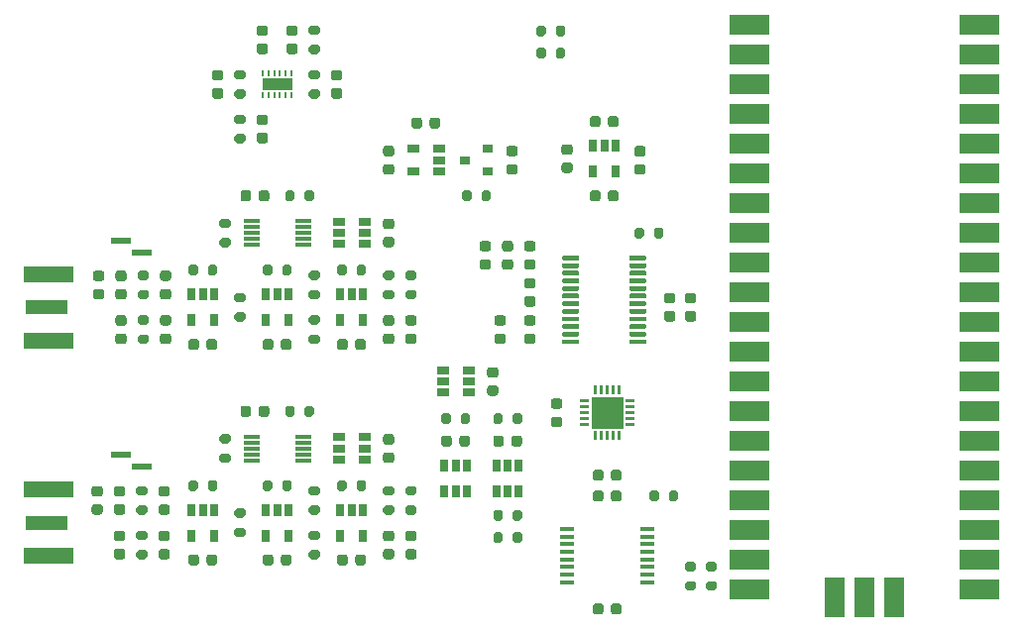
<source format=gts>
%TF.GenerationSoftware,KiCad,Pcbnew,(5.1.10)-1*%
%TF.CreationDate,2021-07-23T15:14:34+02:00*%
%TF.ProjectId,rpicoscope2,72706963-6f73-4636-9f70-65322e6b6963,rev?*%
%TF.SameCoordinates,Original*%
%TF.FileFunction,Soldermask,Top*%
%TF.FilePolarity,Negative*%
%FSLAX46Y46*%
G04 Gerber Fmt 4.6, Leading zero omitted, Abs format (unit mm)*
G04 Created by KiCad (PCBNEW (5.1.10)-1) date 2021-07-23 15:14:34*
%MOMM*%
%LPD*%
G01*
G04 APERTURE LIST*
%ADD10R,1.700000X3.500000*%
%ADD11R,3.500000X1.700000*%
%ADD12R,1.750000X0.600000*%
%ADD13R,2.700000X2.700000*%
%ADD14R,1.400000X0.300000*%
%ADD15R,3.600000X1.270000*%
%ADD16R,4.200000X1.350000*%
%ADD17R,1.200000X0.400000*%
%ADD18R,1.060000X0.650000*%
%ADD19R,0.650000X1.060000*%
%ADD20R,0.900000X0.800000*%
%ADD21R,2.650000X1.000000*%
%ADD22R,0.250000X0.500000*%
G04 APERTURE END LIST*
%TO.C,R39*%
G36*
G01*
X179599000Y-119717000D02*
X179049000Y-119717000D01*
G75*
G02*
X178849000Y-119517000I0J200000D01*
G01*
X178849000Y-119117000D01*
G75*
G02*
X179049000Y-118917000I200000J0D01*
G01*
X179599000Y-118917000D01*
G75*
G02*
X179799000Y-119117000I0J-200000D01*
G01*
X179799000Y-119517000D01*
G75*
G02*
X179599000Y-119717000I-200000J0D01*
G01*
G37*
G36*
G01*
X179599000Y-121367000D02*
X179049000Y-121367000D01*
G75*
G02*
X178849000Y-121167000I0J200000D01*
G01*
X178849000Y-120767000D01*
G75*
G02*
X179049000Y-120567000I200000J0D01*
G01*
X179599000Y-120567000D01*
G75*
G02*
X179799000Y-120767000I0J-200000D01*
G01*
X179799000Y-121167000D01*
G75*
G02*
X179599000Y-121367000I-200000J0D01*
G01*
G37*
%TD*%
%TO.C,R38*%
G36*
G01*
X177821000Y-119717000D02*
X177271000Y-119717000D01*
G75*
G02*
X177071000Y-119517000I0J200000D01*
G01*
X177071000Y-119117000D01*
G75*
G02*
X177271000Y-118917000I200000J0D01*
G01*
X177821000Y-118917000D01*
G75*
G02*
X178021000Y-119117000I0J-200000D01*
G01*
X178021000Y-119517000D01*
G75*
G02*
X177821000Y-119717000I-200000J0D01*
G01*
G37*
G36*
G01*
X177821000Y-121367000D02*
X177271000Y-121367000D01*
G75*
G02*
X177071000Y-121167000I0J200000D01*
G01*
X177071000Y-120767000D01*
G75*
G02*
X177271000Y-120567000I200000J0D01*
G01*
X177821000Y-120567000D01*
G75*
G02*
X178021000Y-120767000I0J-200000D01*
G01*
X178021000Y-121167000D01*
G75*
G02*
X177821000Y-121367000I-200000J0D01*
G01*
G37*
%TD*%
D10*
%TO.C,U21*%
X194945000Y-121955000D03*
X192405000Y-121955000D03*
X189865000Y-121955000D03*
D11*
X202195000Y-121285000D03*
X202195000Y-118745000D03*
X202195000Y-116205000D03*
X202195000Y-113665000D03*
X202195000Y-111125000D03*
X202195000Y-108585000D03*
X202195000Y-106045000D03*
X202195000Y-103505000D03*
X202195000Y-100965000D03*
X202195000Y-98425000D03*
X202195000Y-95885000D03*
X202195000Y-93345000D03*
X202195000Y-90805000D03*
X202195000Y-88265000D03*
X202195000Y-85725000D03*
X202195000Y-83185000D03*
X202195000Y-80645000D03*
X202195000Y-78105000D03*
X202195000Y-75565000D03*
X202195000Y-73025000D03*
X182615000Y-121285000D03*
X182615000Y-118745000D03*
X182615000Y-116205000D03*
X182615000Y-113665000D03*
X182615000Y-111125000D03*
X182615000Y-108585000D03*
X182615000Y-106045000D03*
X182615000Y-103505000D03*
X182615000Y-100965000D03*
X182615000Y-98425000D03*
X182615000Y-95885000D03*
X182615000Y-93345000D03*
X182615000Y-90805000D03*
X182615000Y-88265000D03*
X182615000Y-85725000D03*
X182615000Y-83185000D03*
X182615000Y-80645000D03*
X182615000Y-78105000D03*
X182615000Y-75565000D03*
X182615000Y-73025000D03*
%TD*%
D12*
%TO.C,J7*%
X128919000Y-91448000D03*
X130669000Y-92448000D03*
%TD*%
%TO.C,J4*%
X128919000Y-109736000D03*
X130669000Y-110736000D03*
%TD*%
%TO.C,C45*%
G36*
G01*
X170109000Y-113034000D02*
X170109000Y-113534000D01*
G75*
G02*
X169884000Y-113759000I-225000J0D01*
G01*
X169434000Y-113759000D01*
G75*
G02*
X169209000Y-113534000I0J225000D01*
G01*
X169209000Y-113034000D01*
G75*
G02*
X169434000Y-112809000I225000J0D01*
G01*
X169884000Y-112809000D01*
G75*
G02*
X170109000Y-113034000I0J-225000D01*
G01*
G37*
G36*
G01*
X171659000Y-113034000D02*
X171659000Y-113534000D01*
G75*
G02*
X171434000Y-113759000I-225000J0D01*
G01*
X170984000Y-113759000D01*
G75*
G02*
X170759000Y-113534000I0J225000D01*
G01*
X170759000Y-113034000D01*
G75*
G02*
X170984000Y-112809000I225000J0D01*
G01*
X171434000Y-112809000D01*
G75*
G02*
X171659000Y-113034000I0J-225000D01*
G01*
G37*
%TD*%
%TO.C,C44*%
G36*
G01*
X170109000Y-111256000D02*
X170109000Y-111756000D01*
G75*
G02*
X169884000Y-111981000I-225000J0D01*
G01*
X169434000Y-111981000D01*
G75*
G02*
X169209000Y-111756000I0J225000D01*
G01*
X169209000Y-111256000D01*
G75*
G02*
X169434000Y-111031000I225000J0D01*
G01*
X169884000Y-111031000D01*
G75*
G02*
X170109000Y-111256000I0J-225000D01*
G01*
G37*
G36*
G01*
X171659000Y-111256000D02*
X171659000Y-111756000D01*
G75*
G02*
X171434000Y-111981000I-225000J0D01*
G01*
X170984000Y-111981000D01*
G75*
G02*
X170759000Y-111756000I0J225000D01*
G01*
X170759000Y-111256000D01*
G75*
G02*
X170984000Y-111031000I225000J0D01*
G01*
X171434000Y-111031000D01*
G75*
G02*
X171659000Y-111256000I0J-225000D01*
G01*
G37*
%TD*%
D13*
%TO.C,U19*%
X170434000Y-106172000D03*
G36*
G01*
X172046500Y-105047000D02*
X172721500Y-105047000D01*
G75*
G02*
X172784000Y-105109500I0J-62500D01*
G01*
X172784000Y-105234500D01*
G75*
G02*
X172721500Y-105297000I-62500J0D01*
G01*
X172046500Y-105297000D01*
G75*
G02*
X171984000Y-105234500I0J62500D01*
G01*
X171984000Y-105109500D01*
G75*
G02*
X172046500Y-105047000I62500J0D01*
G01*
G37*
G36*
G01*
X172046500Y-105547000D02*
X172721500Y-105547000D01*
G75*
G02*
X172784000Y-105609500I0J-62500D01*
G01*
X172784000Y-105734500D01*
G75*
G02*
X172721500Y-105797000I-62500J0D01*
G01*
X172046500Y-105797000D01*
G75*
G02*
X171984000Y-105734500I0J62500D01*
G01*
X171984000Y-105609500D01*
G75*
G02*
X172046500Y-105547000I62500J0D01*
G01*
G37*
G36*
G01*
X172046500Y-106047000D02*
X172721500Y-106047000D01*
G75*
G02*
X172784000Y-106109500I0J-62500D01*
G01*
X172784000Y-106234500D01*
G75*
G02*
X172721500Y-106297000I-62500J0D01*
G01*
X172046500Y-106297000D01*
G75*
G02*
X171984000Y-106234500I0J62500D01*
G01*
X171984000Y-106109500D01*
G75*
G02*
X172046500Y-106047000I62500J0D01*
G01*
G37*
G36*
G01*
X172046500Y-106547000D02*
X172721500Y-106547000D01*
G75*
G02*
X172784000Y-106609500I0J-62500D01*
G01*
X172784000Y-106734500D01*
G75*
G02*
X172721500Y-106797000I-62500J0D01*
G01*
X172046500Y-106797000D01*
G75*
G02*
X171984000Y-106734500I0J62500D01*
G01*
X171984000Y-106609500D01*
G75*
G02*
X172046500Y-106547000I62500J0D01*
G01*
G37*
G36*
G01*
X172046500Y-107047000D02*
X172721500Y-107047000D01*
G75*
G02*
X172784000Y-107109500I0J-62500D01*
G01*
X172784000Y-107234500D01*
G75*
G02*
X172721500Y-107297000I-62500J0D01*
G01*
X172046500Y-107297000D01*
G75*
G02*
X171984000Y-107234500I0J62500D01*
G01*
X171984000Y-107109500D01*
G75*
G02*
X172046500Y-107047000I62500J0D01*
G01*
G37*
G36*
G01*
X171371500Y-107722000D02*
X171496500Y-107722000D01*
G75*
G02*
X171559000Y-107784500I0J-62500D01*
G01*
X171559000Y-108459500D01*
G75*
G02*
X171496500Y-108522000I-62500J0D01*
G01*
X171371500Y-108522000D01*
G75*
G02*
X171309000Y-108459500I0J62500D01*
G01*
X171309000Y-107784500D01*
G75*
G02*
X171371500Y-107722000I62500J0D01*
G01*
G37*
G36*
G01*
X170871500Y-107722000D02*
X170996500Y-107722000D01*
G75*
G02*
X171059000Y-107784500I0J-62500D01*
G01*
X171059000Y-108459500D01*
G75*
G02*
X170996500Y-108522000I-62500J0D01*
G01*
X170871500Y-108522000D01*
G75*
G02*
X170809000Y-108459500I0J62500D01*
G01*
X170809000Y-107784500D01*
G75*
G02*
X170871500Y-107722000I62500J0D01*
G01*
G37*
G36*
G01*
X170371500Y-107722000D02*
X170496500Y-107722000D01*
G75*
G02*
X170559000Y-107784500I0J-62500D01*
G01*
X170559000Y-108459500D01*
G75*
G02*
X170496500Y-108522000I-62500J0D01*
G01*
X170371500Y-108522000D01*
G75*
G02*
X170309000Y-108459500I0J62500D01*
G01*
X170309000Y-107784500D01*
G75*
G02*
X170371500Y-107722000I62500J0D01*
G01*
G37*
G36*
G01*
X169871500Y-107722000D02*
X169996500Y-107722000D01*
G75*
G02*
X170059000Y-107784500I0J-62500D01*
G01*
X170059000Y-108459500D01*
G75*
G02*
X169996500Y-108522000I-62500J0D01*
G01*
X169871500Y-108522000D01*
G75*
G02*
X169809000Y-108459500I0J62500D01*
G01*
X169809000Y-107784500D01*
G75*
G02*
X169871500Y-107722000I62500J0D01*
G01*
G37*
G36*
G01*
X169371500Y-107722000D02*
X169496500Y-107722000D01*
G75*
G02*
X169559000Y-107784500I0J-62500D01*
G01*
X169559000Y-108459500D01*
G75*
G02*
X169496500Y-108522000I-62500J0D01*
G01*
X169371500Y-108522000D01*
G75*
G02*
X169309000Y-108459500I0J62500D01*
G01*
X169309000Y-107784500D01*
G75*
G02*
X169371500Y-107722000I62500J0D01*
G01*
G37*
G36*
G01*
X168146500Y-107047000D02*
X168821500Y-107047000D01*
G75*
G02*
X168884000Y-107109500I0J-62500D01*
G01*
X168884000Y-107234500D01*
G75*
G02*
X168821500Y-107297000I-62500J0D01*
G01*
X168146500Y-107297000D01*
G75*
G02*
X168084000Y-107234500I0J62500D01*
G01*
X168084000Y-107109500D01*
G75*
G02*
X168146500Y-107047000I62500J0D01*
G01*
G37*
G36*
G01*
X168146500Y-106547000D02*
X168821500Y-106547000D01*
G75*
G02*
X168884000Y-106609500I0J-62500D01*
G01*
X168884000Y-106734500D01*
G75*
G02*
X168821500Y-106797000I-62500J0D01*
G01*
X168146500Y-106797000D01*
G75*
G02*
X168084000Y-106734500I0J62500D01*
G01*
X168084000Y-106609500D01*
G75*
G02*
X168146500Y-106547000I62500J0D01*
G01*
G37*
G36*
G01*
X168146500Y-106047000D02*
X168821500Y-106047000D01*
G75*
G02*
X168884000Y-106109500I0J-62500D01*
G01*
X168884000Y-106234500D01*
G75*
G02*
X168821500Y-106297000I-62500J0D01*
G01*
X168146500Y-106297000D01*
G75*
G02*
X168084000Y-106234500I0J62500D01*
G01*
X168084000Y-106109500D01*
G75*
G02*
X168146500Y-106047000I62500J0D01*
G01*
G37*
G36*
G01*
X168146500Y-105547000D02*
X168821500Y-105547000D01*
G75*
G02*
X168884000Y-105609500I0J-62500D01*
G01*
X168884000Y-105734500D01*
G75*
G02*
X168821500Y-105797000I-62500J0D01*
G01*
X168146500Y-105797000D01*
G75*
G02*
X168084000Y-105734500I0J62500D01*
G01*
X168084000Y-105609500D01*
G75*
G02*
X168146500Y-105547000I62500J0D01*
G01*
G37*
G36*
G01*
X168146500Y-105047000D02*
X168821500Y-105047000D01*
G75*
G02*
X168884000Y-105109500I0J-62500D01*
G01*
X168884000Y-105234500D01*
G75*
G02*
X168821500Y-105297000I-62500J0D01*
G01*
X168146500Y-105297000D01*
G75*
G02*
X168084000Y-105234500I0J62500D01*
G01*
X168084000Y-105109500D01*
G75*
G02*
X168146500Y-105047000I62500J0D01*
G01*
G37*
G36*
G01*
X169371500Y-103822000D02*
X169496500Y-103822000D01*
G75*
G02*
X169559000Y-103884500I0J-62500D01*
G01*
X169559000Y-104559500D01*
G75*
G02*
X169496500Y-104622000I-62500J0D01*
G01*
X169371500Y-104622000D01*
G75*
G02*
X169309000Y-104559500I0J62500D01*
G01*
X169309000Y-103884500D01*
G75*
G02*
X169371500Y-103822000I62500J0D01*
G01*
G37*
G36*
G01*
X169871500Y-103822000D02*
X169996500Y-103822000D01*
G75*
G02*
X170059000Y-103884500I0J-62500D01*
G01*
X170059000Y-104559500D01*
G75*
G02*
X169996500Y-104622000I-62500J0D01*
G01*
X169871500Y-104622000D01*
G75*
G02*
X169809000Y-104559500I0J62500D01*
G01*
X169809000Y-103884500D01*
G75*
G02*
X169871500Y-103822000I62500J0D01*
G01*
G37*
G36*
G01*
X170371500Y-103822000D02*
X170496500Y-103822000D01*
G75*
G02*
X170559000Y-103884500I0J-62500D01*
G01*
X170559000Y-104559500D01*
G75*
G02*
X170496500Y-104622000I-62500J0D01*
G01*
X170371500Y-104622000D01*
G75*
G02*
X170309000Y-104559500I0J62500D01*
G01*
X170309000Y-103884500D01*
G75*
G02*
X170371500Y-103822000I62500J0D01*
G01*
G37*
G36*
G01*
X170871500Y-103822000D02*
X170996500Y-103822000D01*
G75*
G02*
X171059000Y-103884500I0J-62500D01*
G01*
X171059000Y-104559500D01*
G75*
G02*
X170996500Y-104622000I-62500J0D01*
G01*
X170871500Y-104622000D01*
G75*
G02*
X170809000Y-104559500I0J62500D01*
G01*
X170809000Y-103884500D01*
G75*
G02*
X170871500Y-103822000I62500J0D01*
G01*
G37*
G36*
G01*
X171371500Y-103822000D02*
X171496500Y-103822000D01*
G75*
G02*
X171559000Y-103884500I0J-62500D01*
G01*
X171559000Y-104559500D01*
G75*
G02*
X171496500Y-104622000I-62500J0D01*
G01*
X171371500Y-104622000D01*
G75*
G02*
X171309000Y-104559500I0J62500D01*
G01*
X171309000Y-103884500D01*
G75*
G02*
X171371500Y-103822000I62500J0D01*
G01*
G37*
%TD*%
D14*
%TO.C,U16*%
X144440000Y-108220000D03*
X144440000Y-108720000D03*
X144440000Y-109220000D03*
X144440000Y-109720000D03*
X144440000Y-110220000D03*
X140040000Y-110220000D03*
X140040000Y-109720000D03*
X140040000Y-109220000D03*
X140040000Y-108720000D03*
X140040000Y-108220000D03*
%TD*%
%TO.C,U9*%
X144440000Y-89805000D03*
X144440000Y-90305000D03*
X144440000Y-90805000D03*
X144440000Y-91305000D03*
X144440000Y-91805000D03*
X140040000Y-91805000D03*
X140040000Y-91305000D03*
X140040000Y-90805000D03*
X140040000Y-90305000D03*
X140040000Y-89805000D03*
%TD*%
%TO.C,R37*%
G36*
G01*
X143720000Y-105770000D02*
X143720000Y-106320000D01*
G75*
G02*
X143520000Y-106520000I-200000J0D01*
G01*
X143120000Y-106520000D01*
G75*
G02*
X142920000Y-106320000I0J200000D01*
G01*
X142920000Y-105770000D01*
G75*
G02*
X143120000Y-105570000I200000J0D01*
G01*
X143520000Y-105570000D01*
G75*
G02*
X143720000Y-105770000I0J-200000D01*
G01*
G37*
G36*
G01*
X145370000Y-105770000D02*
X145370000Y-106320000D01*
G75*
G02*
X145170000Y-106520000I-200000J0D01*
G01*
X144770000Y-106520000D01*
G75*
G02*
X144570000Y-106320000I0J200000D01*
G01*
X144570000Y-105770000D01*
G75*
G02*
X144770000Y-105570000I200000J0D01*
G01*
X145170000Y-105570000D01*
G75*
G02*
X145370000Y-105770000I0J-200000D01*
G01*
G37*
%TD*%
%TO.C,R36*%
G36*
G01*
X143720000Y-87355000D02*
X143720000Y-87905000D01*
G75*
G02*
X143520000Y-88105000I-200000J0D01*
G01*
X143120000Y-88105000D01*
G75*
G02*
X142920000Y-87905000I0J200000D01*
G01*
X142920000Y-87355000D01*
G75*
G02*
X143120000Y-87155000I200000J0D01*
G01*
X143520000Y-87155000D01*
G75*
G02*
X143720000Y-87355000I0J-200000D01*
G01*
G37*
G36*
G01*
X145370000Y-87355000D02*
X145370000Y-87905000D01*
G75*
G02*
X145170000Y-88105000I-200000J0D01*
G01*
X144770000Y-88105000D01*
G75*
G02*
X144570000Y-87905000I0J200000D01*
G01*
X144570000Y-87355000D01*
G75*
G02*
X144770000Y-87155000I200000J0D01*
G01*
X145170000Y-87155000D01*
G75*
G02*
X145370000Y-87355000I0J-200000D01*
G01*
G37*
%TD*%
%TO.C,R30*%
G36*
G01*
X137520000Y-109645000D02*
X138070000Y-109645000D01*
G75*
G02*
X138270000Y-109845000I0J-200000D01*
G01*
X138270000Y-110245000D01*
G75*
G02*
X138070000Y-110445000I-200000J0D01*
G01*
X137520000Y-110445000D01*
G75*
G02*
X137320000Y-110245000I0J200000D01*
G01*
X137320000Y-109845000D01*
G75*
G02*
X137520000Y-109645000I200000J0D01*
G01*
G37*
G36*
G01*
X137520000Y-107995000D02*
X138070000Y-107995000D01*
G75*
G02*
X138270000Y-108195000I0J-200000D01*
G01*
X138270000Y-108595000D01*
G75*
G02*
X138070000Y-108795000I-200000J0D01*
G01*
X137520000Y-108795000D01*
G75*
G02*
X137320000Y-108595000I0J200000D01*
G01*
X137320000Y-108195000D01*
G75*
G02*
X137520000Y-107995000I200000J0D01*
G01*
G37*
%TD*%
%TO.C,R9*%
G36*
G01*
X137520000Y-91230000D02*
X138070000Y-91230000D01*
G75*
G02*
X138270000Y-91430000I0J-200000D01*
G01*
X138270000Y-91830000D01*
G75*
G02*
X138070000Y-92030000I-200000J0D01*
G01*
X137520000Y-92030000D01*
G75*
G02*
X137320000Y-91830000I0J200000D01*
G01*
X137320000Y-91430000D01*
G75*
G02*
X137520000Y-91230000I200000J0D01*
G01*
G37*
G36*
G01*
X137520000Y-89580000D02*
X138070000Y-89580000D01*
G75*
G02*
X138270000Y-89780000I0J-200000D01*
G01*
X138270000Y-90180000D01*
G75*
G02*
X138070000Y-90380000I-200000J0D01*
G01*
X137520000Y-90380000D01*
G75*
G02*
X137320000Y-90180000I0J200000D01*
G01*
X137320000Y-89780000D01*
G75*
G02*
X137520000Y-89580000I200000J0D01*
G01*
G37*
%TD*%
%TO.C,R35*%
G36*
G01*
X162350000Y-106955000D02*
X162350000Y-106405000D01*
G75*
G02*
X162550000Y-106205000I200000J0D01*
G01*
X162950000Y-106205000D01*
G75*
G02*
X163150000Y-106405000I0J-200000D01*
G01*
X163150000Y-106955000D01*
G75*
G02*
X162950000Y-107155000I-200000J0D01*
G01*
X162550000Y-107155000D01*
G75*
G02*
X162350000Y-106955000I0J200000D01*
G01*
G37*
G36*
G01*
X160700000Y-106955000D02*
X160700000Y-106405000D01*
G75*
G02*
X160900000Y-106205000I200000J0D01*
G01*
X161300000Y-106205000D01*
G75*
G02*
X161500000Y-106405000I0J-200000D01*
G01*
X161500000Y-106955000D01*
G75*
G02*
X161300000Y-107155000I-200000J0D01*
G01*
X160900000Y-107155000D01*
G75*
G02*
X160700000Y-106955000I0J200000D01*
G01*
G37*
%TD*%
%TO.C,R25*%
G36*
G01*
X161500000Y-114660000D02*
X161500000Y-115210000D01*
G75*
G02*
X161300000Y-115410000I-200000J0D01*
G01*
X160900000Y-115410000D01*
G75*
G02*
X160700000Y-115210000I0J200000D01*
G01*
X160700000Y-114660000D01*
G75*
G02*
X160900000Y-114460000I200000J0D01*
G01*
X161300000Y-114460000D01*
G75*
G02*
X161500000Y-114660000I0J-200000D01*
G01*
G37*
G36*
G01*
X163150000Y-114660000D02*
X163150000Y-115210000D01*
G75*
G02*
X162950000Y-115410000I-200000J0D01*
G01*
X162550000Y-115410000D01*
G75*
G02*
X162350000Y-115210000I0J200000D01*
G01*
X162350000Y-114660000D01*
G75*
G02*
X162550000Y-114460000I200000J0D01*
G01*
X162950000Y-114460000D01*
G75*
G02*
X163150000Y-114660000I0J-200000D01*
G01*
G37*
%TD*%
%TO.C,R23*%
G36*
G01*
X161500000Y-116565000D02*
X161500000Y-117115000D01*
G75*
G02*
X161300000Y-117315000I-200000J0D01*
G01*
X160900000Y-117315000D01*
G75*
G02*
X160700000Y-117115000I0J200000D01*
G01*
X160700000Y-116565000D01*
G75*
G02*
X160900000Y-116365000I200000J0D01*
G01*
X161300000Y-116365000D01*
G75*
G02*
X161500000Y-116565000I0J-200000D01*
G01*
G37*
G36*
G01*
X163150000Y-116565000D02*
X163150000Y-117115000D01*
G75*
G02*
X162950000Y-117315000I-200000J0D01*
G01*
X162550000Y-117315000D01*
G75*
G02*
X162350000Y-117115000I0J200000D01*
G01*
X162350000Y-116565000D01*
G75*
G02*
X162550000Y-116365000I200000J0D01*
G01*
X162950000Y-116365000D01*
G75*
G02*
X163150000Y-116565000I0J-200000D01*
G01*
G37*
%TD*%
D15*
%TO.C,J6*%
X122555000Y-115570000D03*
D16*
X122755000Y-118395000D03*
X122755000Y-112745000D03*
%TD*%
D15*
%TO.C,J1*%
X122555000Y-97155000D03*
D16*
X122755000Y-99980000D03*
X122755000Y-94330000D03*
%TD*%
D17*
%TO.C,U20*%
X166984000Y-116089000D03*
X166984000Y-116739000D03*
X166984000Y-117389000D03*
X166984000Y-118039000D03*
X166984000Y-118689000D03*
X166984000Y-119339000D03*
X166984000Y-119989000D03*
X166984000Y-120639000D03*
X173884000Y-120639000D03*
X173884000Y-119989000D03*
X173884000Y-119339000D03*
X173884000Y-118689000D03*
X173884000Y-118039000D03*
X173884000Y-117389000D03*
X173884000Y-116739000D03*
X173884000Y-116089000D03*
%TD*%
%TO.C,R22*%
G36*
G01*
X174035000Y-113559000D02*
X174035000Y-113009000D01*
G75*
G02*
X174235000Y-112809000I200000J0D01*
G01*
X174635000Y-112809000D01*
G75*
G02*
X174835000Y-113009000I0J-200000D01*
G01*
X174835000Y-113559000D01*
G75*
G02*
X174635000Y-113759000I-200000J0D01*
G01*
X174235000Y-113759000D01*
G75*
G02*
X174035000Y-113559000I0J200000D01*
G01*
G37*
G36*
G01*
X175685000Y-113559000D02*
X175685000Y-113009000D01*
G75*
G02*
X175885000Y-112809000I200000J0D01*
G01*
X176285000Y-112809000D01*
G75*
G02*
X176485000Y-113009000I0J-200000D01*
G01*
X176485000Y-113559000D01*
G75*
G02*
X176285000Y-113759000I-200000J0D01*
G01*
X175885000Y-113759000D01*
G75*
G02*
X175685000Y-113559000I0J200000D01*
G01*
G37*
%TD*%
%TO.C,C43*%
G36*
G01*
X172978000Y-83370000D02*
X173478000Y-83370000D01*
G75*
G02*
X173703000Y-83595000I0J-225000D01*
G01*
X173703000Y-84045000D01*
G75*
G02*
X173478000Y-84270000I-225000J0D01*
G01*
X172978000Y-84270000D01*
G75*
G02*
X172753000Y-84045000I0J225000D01*
G01*
X172753000Y-83595000D01*
G75*
G02*
X172978000Y-83370000I225000J0D01*
G01*
G37*
G36*
G01*
X172978000Y-84920000D02*
X173478000Y-84920000D01*
G75*
G02*
X173703000Y-85145000I0J-225000D01*
G01*
X173703000Y-85595000D01*
G75*
G02*
X173478000Y-85820000I-225000J0D01*
G01*
X172978000Y-85820000D01*
G75*
G02*
X172753000Y-85595000I0J225000D01*
G01*
X172753000Y-85145000D01*
G75*
G02*
X172978000Y-84920000I225000J0D01*
G01*
G37*
%TD*%
%TO.C,C42*%
G36*
G01*
X169209000Y-123186000D02*
X169209000Y-122686000D01*
G75*
G02*
X169434000Y-122461000I225000J0D01*
G01*
X169884000Y-122461000D01*
G75*
G02*
X170109000Y-122686000I0J-225000D01*
G01*
X170109000Y-123186000D01*
G75*
G02*
X169884000Y-123411000I-225000J0D01*
G01*
X169434000Y-123411000D01*
G75*
G02*
X169209000Y-123186000I0J225000D01*
G01*
G37*
G36*
G01*
X170759000Y-123186000D02*
X170759000Y-122686000D01*
G75*
G02*
X170984000Y-122461000I225000J0D01*
G01*
X171434000Y-122461000D01*
G75*
G02*
X171659000Y-122686000I0J-225000D01*
G01*
X171659000Y-123186000D01*
G75*
G02*
X171434000Y-123411000I-225000J0D01*
G01*
X170984000Y-123411000D01*
G75*
G02*
X170759000Y-123186000I0J225000D01*
G01*
G37*
%TD*%
%TO.C,C22*%
G36*
G01*
X165866000Y-104947000D02*
X166366000Y-104947000D01*
G75*
G02*
X166591000Y-105172000I0J-225000D01*
G01*
X166591000Y-105622000D01*
G75*
G02*
X166366000Y-105847000I-225000J0D01*
G01*
X165866000Y-105847000D01*
G75*
G02*
X165641000Y-105622000I0J225000D01*
G01*
X165641000Y-105172000D01*
G75*
G02*
X165866000Y-104947000I225000J0D01*
G01*
G37*
G36*
G01*
X165866000Y-106497000D02*
X166366000Y-106497000D01*
G75*
G02*
X166591000Y-106722000I0J-225000D01*
G01*
X166591000Y-107172000D01*
G75*
G02*
X166366000Y-107397000I-225000J0D01*
G01*
X165866000Y-107397000D01*
G75*
G02*
X165641000Y-107172000I0J225000D01*
G01*
X165641000Y-106722000D01*
G75*
G02*
X165866000Y-106497000I225000J0D01*
G01*
G37*
%TD*%
D18*
%TO.C,U18*%
X147490000Y-109220000D03*
X147490000Y-110170000D03*
X147490000Y-108270000D03*
X149690000Y-108270000D03*
X149690000Y-109220000D03*
X149690000Y-110170000D03*
%TD*%
D19*
%TO.C,U17*%
X149540000Y-116670000D03*
X147640000Y-116670000D03*
X147640000Y-114470000D03*
X148590000Y-114470000D03*
X149540000Y-114470000D03*
%TD*%
%TO.C,U12*%
X143190000Y-116670000D03*
X141290000Y-116670000D03*
X141290000Y-114470000D03*
X142240000Y-114470000D03*
X143190000Y-114470000D03*
%TD*%
%TO.C,U7*%
X136840000Y-116670000D03*
X134940000Y-116670000D03*
X134940000Y-114470000D03*
X135890000Y-114470000D03*
X136840000Y-114470000D03*
%TD*%
D18*
%TO.C,U6*%
X153840000Y-85532000D03*
X153840000Y-83632000D03*
X156040000Y-83632000D03*
X156040000Y-84582000D03*
X156040000Y-85532000D03*
%TD*%
%TO.C,R21*%
G36*
G01*
X151490000Y-114090000D02*
X152040000Y-114090000D01*
G75*
G02*
X152240000Y-114290000I0J-200000D01*
G01*
X152240000Y-114690000D01*
G75*
G02*
X152040000Y-114890000I-200000J0D01*
G01*
X151490000Y-114890000D01*
G75*
G02*
X151290000Y-114690000I0J200000D01*
G01*
X151290000Y-114290000D01*
G75*
G02*
X151490000Y-114090000I200000J0D01*
G01*
G37*
G36*
G01*
X151490000Y-112440000D02*
X152040000Y-112440000D01*
G75*
G02*
X152240000Y-112640000I0J-200000D01*
G01*
X152240000Y-113040000D01*
G75*
G02*
X152040000Y-113240000I-200000J0D01*
G01*
X151490000Y-113240000D01*
G75*
G02*
X151290000Y-113040000I0J200000D01*
G01*
X151290000Y-112640000D01*
G75*
G02*
X151490000Y-112440000I200000J0D01*
G01*
G37*
%TD*%
%TO.C,R20*%
G36*
G01*
X151490000Y-95675000D02*
X152040000Y-95675000D01*
G75*
G02*
X152240000Y-95875000I0J-200000D01*
G01*
X152240000Y-96275000D01*
G75*
G02*
X152040000Y-96475000I-200000J0D01*
G01*
X151490000Y-96475000D01*
G75*
G02*
X151290000Y-96275000I0J200000D01*
G01*
X151290000Y-95875000D01*
G75*
G02*
X151490000Y-95675000I200000J0D01*
G01*
G37*
G36*
G01*
X151490000Y-94025000D02*
X152040000Y-94025000D01*
G75*
G02*
X152240000Y-94225000I0J-200000D01*
G01*
X152240000Y-94625000D01*
G75*
G02*
X152040000Y-94825000I-200000J0D01*
G01*
X151490000Y-94825000D01*
G75*
G02*
X151290000Y-94625000I0J200000D01*
G01*
X151290000Y-94225000D01*
G75*
G02*
X151490000Y-94025000I200000J0D01*
G01*
G37*
%TD*%
%TO.C,R17*%
G36*
G01*
X153945000Y-113240000D02*
X153395000Y-113240000D01*
G75*
G02*
X153195000Y-113040000I0J200000D01*
G01*
X153195000Y-112640000D01*
G75*
G02*
X153395000Y-112440000I200000J0D01*
G01*
X153945000Y-112440000D01*
G75*
G02*
X154145000Y-112640000I0J-200000D01*
G01*
X154145000Y-113040000D01*
G75*
G02*
X153945000Y-113240000I-200000J0D01*
G01*
G37*
G36*
G01*
X153945000Y-114890000D02*
X153395000Y-114890000D01*
G75*
G02*
X153195000Y-114690000I0J200000D01*
G01*
X153195000Y-114290000D01*
G75*
G02*
X153395000Y-114090000I200000J0D01*
G01*
X153945000Y-114090000D01*
G75*
G02*
X154145000Y-114290000I0J-200000D01*
G01*
X154145000Y-114690000D01*
G75*
G02*
X153945000Y-114890000I-200000J0D01*
G01*
G37*
%TD*%
%TO.C,R16*%
G36*
G01*
X148165000Y-112120000D02*
X148165000Y-112670000D01*
G75*
G02*
X147965000Y-112870000I-200000J0D01*
G01*
X147565000Y-112870000D01*
G75*
G02*
X147365000Y-112670000I0J200000D01*
G01*
X147365000Y-112120000D01*
G75*
G02*
X147565000Y-111920000I200000J0D01*
G01*
X147965000Y-111920000D01*
G75*
G02*
X148165000Y-112120000I0J-200000D01*
G01*
G37*
G36*
G01*
X149815000Y-112120000D02*
X149815000Y-112670000D01*
G75*
G02*
X149615000Y-112870000I-200000J0D01*
G01*
X149215000Y-112870000D01*
G75*
G02*
X149015000Y-112670000I0J200000D01*
G01*
X149015000Y-112120000D01*
G75*
G02*
X149215000Y-111920000I200000J0D01*
G01*
X149615000Y-111920000D01*
G75*
G02*
X149815000Y-112120000I0J-200000D01*
G01*
G37*
%TD*%
%TO.C,R13*%
G36*
G01*
X145140000Y-117900000D02*
X145690000Y-117900000D01*
G75*
G02*
X145890000Y-118100000I0J-200000D01*
G01*
X145890000Y-118500000D01*
G75*
G02*
X145690000Y-118700000I-200000J0D01*
G01*
X145140000Y-118700000D01*
G75*
G02*
X144940000Y-118500000I0J200000D01*
G01*
X144940000Y-118100000D01*
G75*
G02*
X145140000Y-117900000I200000J0D01*
G01*
G37*
G36*
G01*
X145140000Y-116250000D02*
X145690000Y-116250000D01*
G75*
G02*
X145890000Y-116450000I0J-200000D01*
G01*
X145890000Y-116850000D01*
G75*
G02*
X145690000Y-117050000I-200000J0D01*
G01*
X145140000Y-117050000D01*
G75*
G02*
X144940000Y-116850000I0J200000D01*
G01*
X144940000Y-116450000D01*
G75*
G02*
X145140000Y-116250000I200000J0D01*
G01*
G37*
%TD*%
%TO.C,R12*%
G36*
G01*
X145140000Y-114090000D02*
X145690000Y-114090000D01*
G75*
G02*
X145890000Y-114290000I0J-200000D01*
G01*
X145890000Y-114690000D01*
G75*
G02*
X145690000Y-114890000I-200000J0D01*
G01*
X145140000Y-114890000D01*
G75*
G02*
X144940000Y-114690000I0J200000D01*
G01*
X144940000Y-114290000D01*
G75*
G02*
X145140000Y-114090000I200000J0D01*
G01*
G37*
G36*
G01*
X145140000Y-112440000D02*
X145690000Y-112440000D01*
G75*
G02*
X145890000Y-112640000I0J-200000D01*
G01*
X145890000Y-113040000D01*
G75*
G02*
X145690000Y-113240000I-200000J0D01*
G01*
X145140000Y-113240000D01*
G75*
G02*
X144940000Y-113040000I0J200000D01*
G01*
X144940000Y-112640000D01*
G75*
G02*
X145140000Y-112440000I200000J0D01*
G01*
G37*
%TD*%
%TO.C,R11*%
G36*
G01*
X142665000Y-112670000D02*
X142665000Y-112120000D01*
G75*
G02*
X142865000Y-111920000I200000J0D01*
G01*
X143265000Y-111920000D01*
G75*
G02*
X143465000Y-112120000I0J-200000D01*
G01*
X143465000Y-112670000D01*
G75*
G02*
X143265000Y-112870000I-200000J0D01*
G01*
X142865000Y-112870000D01*
G75*
G02*
X142665000Y-112670000I0J200000D01*
G01*
G37*
G36*
G01*
X141015000Y-112670000D02*
X141015000Y-112120000D01*
G75*
G02*
X141215000Y-111920000I200000J0D01*
G01*
X141615000Y-111920000D01*
G75*
G02*
X141815000Y-112120000I0J-200000D01*
G01*
X141815000Y-112670000D01*
G75*
G02*
X141615000Y-112870000I-200000J0D01*
G01*
X141215000Y-112870000D01*
G75*
G02*
X141015000Y-112670000I0J200000D01*
G01*
G37*
%TD*%
%TO.C,R10*%
G36*
G01*
X138790000Y-115995000D02*
X139340000Y-115995000D01*
G75*
G02*
X139540000Y-116195000I0J-200000D01*
G01*
X139540000Y-116595000D01*
G75*
G02*
X139340000Y-116795000I-200000J0D01*
G01*
X138790000Y-116795000D01*
G75*
G02*
X138590000Y-116595000I0J200000D01*
G01*
X138590000Y-116195000D01*
G75*
G02*
X138790000Y-115995000I200000J0D01*
G01*
G37*
G36*
G01*
X138790000Y-114345000D02*
X139340000Y-114345000D01*
G75*
G02*
X139540000Y-114545000I0J-200000D01*
G01*
X139540000Y-114945000D01*
G75*
G02*
X139340000Y-115145000I-200000J0D01*
G01*
X138790000Y-115145000D01*
G75*
G02*
X138590000Y-114945000I0J200000D01*
G01*
X138590000Y-114545000D01*
G75*
G02*
X138790000Y-114345000I200000J0D01*
G01*
G37*
%TD*%
%TO.C,R8*%
G36*
G01*
X136315000Y-112670000D02*
X136315000Y-112120000D01*
G75*
G02*
X136515000Y-111920000I200000J0D01*
G01*
X136915000Y-111920000D01*
G75*
G02*
X137115000Y-112120000I0J-200000D01*
G01*
X137115000Y-112670000D01*
G75*
G02*
X136915000Y-112870000I-200000J0D01*
G01*
X136515000Y-112870000D01*
G75*
G02*
X136315000Y-112670000I0J200000D01*
G01*
G37*
G36*
G01*
X134665000Y-112670000D02*
X134665000Y-112120000D01*
G75*
G02*
X134865000Y-111920000I200000J0D01*
G01*
X135265000Y-111920000D01*
G75*
G02*
X135465000Y-112120000I0J-200000D01*
G01*
X135465000Y-112670000D01*
G75*
G02*
X135265000Y-112870000I-200000J0D01*
G01*
X134865000Y-112870000D01*
G75*
G02*
X134665000Y-112670000I0J200000D01*
G01*
G37*
%TD*%
%TO.C,R4*%
G36*
G01*
X130958000Y-117050000D02*
X130408000Y-117050000D01*
G75*
G02*
X130208000Y-116850000I0J200000D01*
G01*
X130208000Y-116450000D01*
G75*
G02*
X130408000Y-116250000I200000J0D01*
G01*
X130958000Y-116250000D01*
G75*
G02*
X131158000Y-116450000I0J-200000D01*
G01*
X131158000Y-116850000D01*
G75*
G02*
X130958000Y-117050000I-200000J0D01*
G01*
G37*
G36*
G01*
X130958000Y-118700000D02*
X130408000Y-118700000D01*
G75*
G02*
X130208000Y-118500000I0J200000D01*
G01*
X130208000Y-118100000D01*
G75*
G02*
X130408000Y-117900000I200000J0D01*
G01*
X130958000Y-117900000D01*
G75*
G02*
X131158000Y-118100000I0J-200000D01*
G01*
X131158000Y-118500000D01*
G75*
G02*
X130958000Y-118700000I-200000J0D01*
G01*
G37*
%TD*%
%TO.C,R1*%
G36*
G01*
X130408000Y-114090000D02*
X130958000Y-114090000D01*
G75*
G02*
X131158000Y-114290000I0J-200000D01*
G01*
X131158000Y-114690000D01*
G75*
G02*
X130958000Y-114890000I-200000J0D01*
G01*
X130408000Y-114890000D01*
G75*
G02*
X130208000Y-114690000I0J200000D01*
G01*
X130208000Y-114290000D01*
G75*
G02*
X130408000Y-114090000I200000J0D01*
G01*
G37*
G36*
G01*
X130408000Y-112440000D02*
X130958000Y-112440000D01*
G75*
G02*
X131158000Y-112640000I0J-200000D01*
G01*
X131158000Y-113040000D01*
G75*
G02*
X130958000Y-113240000I-200000J0D01*
G01*
X130408000Y-113240000D01*
G75*
G02*
X130208000Y-113040000I0J200000D01*
G01*
X130208000Y-112640000D01*
G75*
G02*
X130408000Y-112440000I200000J0D01*
G01*
G37*
%TD*%
%TO.C,D6*%
G36*
G01*
X153926250Y-117125000D02*
X153413750Y-117125000D01*
G75*
G02*
X153195000Y-116906250I0J218750D01*
G01*
X153195000Y-116468750D01*
G75*
G02*
X153413750Y-116250000I218750J0D01*
G01*
X153926250Y-116250000D01*
G75*
G02*
X154145000Y-116468750I0J-218750D01*
G01*
X154145000Y-116906250D01*
G75*
G02*
X153926250Y-117125000I-218750J0D01*
G01*
G37*
G36*
G01*
X153926250Y-118700000D02*
X153413750Y-118700000D01*
G75*
G02*
X153195000Y-118481250I0J218750D01*
G01*
X153195000Y-118043750D01*
G75*
G02*
X153413750Y-117825000I218750J0D01*
G01*
X153926250Y-117825000D01*
G75*
G02*
X154145000Y-118043750I0J-218750D01*
G01*
X154145000Y-118481250D01*
G75*
G02*
X153926250Y-118700000I-218750J0D01*
G01*
G37*
%TD*%
%TO.C,D5*%
G36*
G01*
X153926250Y-98710000D02*
X153413750Y-98710000D01*
G75*
G02*
X153195000Y-98491250I0J218750D01*
G01*
X153195000Y-98053750D01*
G75*
G02*
X153413750Y-97835000I218750J0D01*
G01*
X153926250Y-97835000D01*
G75*
G02*
X154145000Y-98053750I0J-218750D01*
G01*
X154145000Y-98491250D01*
G75*
G02*
X153926250Y-98710000I-218750J0D01*
G01*
G37*
G36*
G01*
X153926250Y-100285000D02*
X153413750Y-100285000D01*
G75*
G02*
X153195000Y-100066250I0J218750D01*
G01*
X153195000Y-99628750D01*
G75*
G02*
X153413750Y-99410000I218750J0D01*
G01*
X153926250Y-99410000D01*
G75*
G02*
X154145000Y-99628750I0J-218750D01*
G01*
X154145000Y-100066250D01*
G75*
G02*
X153926250Y-100285000I-218750J0D01*
G01*
G37*
%TD*%
%TO.C,D2*%
G36*
G01*
X132331750Y-117825000D02*
X132844250Y-117825000D01*
G75*
G02*
X133063000Y-118043750I0J-218750D01*
G01*
X133063000Y-118481250D01*
G75*
G02*
X132844250Y-118700000I-218750J0D01*
G01*
X132331750Y-118700000D01*
G75*
G02*
X132113000Y-118481250I0J218750D01*
G01*
X132113000Y-118043750D01*
G75*
G02*
X132331750Y-117825000I218750J0D01*
G01*
G37*
G36*
G01*
X132331750Y-116250000D02*
X132844250Y-116250000D01*
G75*
G02*
X133063000Y-116468750I0J-218750D01*
G01*
X133063000Y-116906250D01*
G75*
G02*
X132844250Y-117125000I-218750J0D01*
G01*
X132331750Y-117125000D01*
G75*
G02*
X132113000Y-116906250I0J218750D01*
G01*
X132113000Y-116468750D01*
G75*
G02*
X132331750Y-116250000I218750J0D01*
G01*
G37*
%TD*%
%TO.C,D1*%
G36*
G01*
X132331750Y-114015000D02*
X132844250Y-114015000D01*
G75*
G02*
X133063000Y-114233750I0J-218750D01*
G01*
X133063000Y-114671250D01*
G75*
G02*
X132844250Y-114890000I-218750J0D01*
G01*
X132331750Y-114890000D01*
G75*
G02*
X132113000Y-114671250I0J218750D01*
G01*
X132113000Y-114233750D01*
G75*
G02*
X132331750Y-114015000I218750J0D01*
G01*
G37*
G36*
G01*
X132331750Y-112440000D02*
X132844250Y-112440000D01*
G75*
G02*
X133063000Y-112658750I0J-218750D01*
G01*
X133063000Y-113096250D01*
G75*
G02*
X132844250Y-113315000I-218750J0D01*
G01*
X132331750Y-113315000D01*
G75*
G02*
X132113000Y-113096250I0J218750D01*
G01*
X132113000Y-112658750D01*
G75*
G02*
X132331750Y-112440000I218750J0D01*
G01*
G37*
%TD*%
%TO.C,C41*%
G36*
G01*
X151515000Y-117800000D02*
X152015000Y-117800000D01*
G75*
G02*
X152240000Y-118025000I0J-225000D01*
G01*
X152240000Y-118475000D01*
G75*
G02*
X152015000Y-118700000I-225000J0D01*
G01*
X151515000Y-118700000D01*
G75*
G02*
X151290000Y-118475000I0J225000D01*
G01*
X151290000Y-118025000D01*
G75*
G02*
X151515000Y-117800000I225000J0D01*
G01*
G37*
G36*
G01*
X151515000Y-116250000D02*
X152015000Y-116250000D01*
G75*
G02*
X152240000Y-116475000I0J-225000D01*
G01*
X152240000Y-116925000D01*
G75*
G02*
X152015000Y-117150000I-225000J0D01*
G01*
X151515000Y-117150000D01*
G75*
G02*
X151290000Y-116925000I0J225000D01*
G01*
X151290000Y-116475000D01*
G75*
G02*
X151515000Y-116250000I225000J0D01*
G01*
G37*
%TD*%
%TO.C,C40*%
G36*
G01*
X151515000Y-99385000D02*
X152015000Y-99385000D01*
G75*
G02*
X152240000Y-99610000I0J-225000D01*
G01*
X152240000Y-100060000D01*
G75*
G02*
X152015000Y-100285000I-225000J0D01*
G01*
X151515000Y-100285000D01*
G75*
G02*
X151290000Y-100060000I0J225000D01*
G01*
X151290000Y-99610000D01*
G75*
G02*
X151515000Y-99385000I225000J0D01*
G01*
G37*
G36*
G01*
X151515000Y-97835000D02*
X152015000Y-97835000D01*
G75*
G02*
X152240000Y-98060000I0J-225000D01*
G01*
X152240000Y-98510000D01*
G75*
G02*
X152015000Y-98735000I-225000J0D01*
G01*
X151515000Y-98735000D01*
G75*
G02*
X151290000Y-98510000I0J225000D01*
G01*
X151290000Y-98060000D01*
G75*
G02*
X151515000Y-97835000I225000J0D01*
G01*
G37*
%TD*%
%TO.C,C39*%
G36*
G01*
X151515000Y-109545000D02*
X152015000Y-109545000D01*
G75*
G02*
X152240000Y-109770000I0J-225000D01*
G01*
X152240000Y-110220000D01*
G75*
G02*
X152015000Y-110445000I-225000J0D01*
G01*
X151515000Y-110445000D01*
G75*
G02*
X151290000Y-110220000I0J225000D01*
G01*
X151290000Y-109770000D01*
G75*
G02*
X151515000Y-109545000I225000J0D01*
G01*
G37*
G36*
G01*
X151515000Y-107995000D02*
X152015000Y-107995000D01*
G75*
G02*
X152240000Y-108220000I0J-225000D01*
G01*
X152240000Y-108670000D01*
G75*
G02*
X152015000Y-108895000I-225000J0D01*
G01*
X151515000Y-108895000D01*
G75*
G02*
X151290000Y-108670000I0J225000D01*
G01*
X151290000Y-108220000D01*
G75*
G02*
X151515000Y-107995000I225000J0D01*
G01*
G37*
%TD*%
%TO.C,C38*%
G36*
G01*
X140010000Y-105795000D02*
X140010000Y-106295000D01*
G75*
G02*
X139785000Y-106520000I-225000J0D01*
G01*
X139335000Y-106520000D01*
G75*
G02*
X139110000Y-106295000I0J225000D01*
G01*
X139110000Y-105795000D01*
G75*
G02*
X139335000Y-105570000I225000J0D01*
G01*
X139785000Y-105570000D01*
G75*
G02*
X140010000Y-105795000I0J-225000D01*
G01*
G37*
G36*
G01*
X141560000Y-105795000D02*
X141560000Y-106295000D01*
G75*
G02*
X141335000Y-106520000I-225000J0D01*
G01*
X140885000Y-106520000D01*
G75*
G02*
X140660000Y-106295000I0J225000D01*
G01*
X140660000Y-105795000D01*
G75*
G02*
X140885000Y-105570000I225000J0D01*
G01*
X141335000Y-105570000D01*
G75*
G02*
X141560000Y-105795000I0J-225000D01*
G01*
G37*
%TD*%
%TO.C,C37*%
G36*
G01*
X141915000Y-118495000D02*
X141915000Y-118995000D01*
G75*
G02*
X141690000Y-119220000I-225000J0D01*
G01*
X141240000Y-119220000D01*
G75*
G02*
X141015000Y-118995000I0J225000D01*
G01*
X141015000Y-118495000D01*
G75*
G02*
X141240000Y-118270000I225000J0D01*
G01*
X141690000Y-118270000D01*
G75*
G02*
X141915000Y-118495000I0J-225000D01*
G01*
G37*
G36*
G01*
X143465000Y-118495000D02*
X143465000Y-118995000D01*
G75*
G02*
X143240000Y-119220000I-225000J0D01*
G01*
X142790000Y-119220000D01*
G75*
G02*
X142565000Y-118995000I0J225000D01*
G01*
X142565000Y-118495000D01*
G75*
G02*
X142790000Y-118270000I225000J0D01*
G01*
X143240000Y-118270000D01*
G75*
G02*
X143465000Y-118495000I0J-225000D01*
G01*
G37*
%TD*%
%TO.C,C13*%
G36*
G01*
X148915000Y-118995000D02*
X148915000Y-118495000D01*
G75*
G02*
X149140000Y-118270000I225000J0D01*
G01*
X149590000Y-118270000D01*
G75*
G02*
X149815000Y-118495000I0J-225000D01*
G01*
X149815000Y-118995000D01*
G75*
G02*
X149590000Y-119220000I-225000J0D01*
G01*
X149140000Y-119220000D01*
G75*
G02*
X148915000Y-118995000I0J225000D01*
G01*
G37*
G36*
G01*
X147365000Y-118995000D02*
X147365000Y-118495000D01*
G75*
G02*
X147590000Y-118270000I225000J0D01*
G01*
X148040000Y-118270000D01*
G75*
G02*
X148265000Y-118495000I0J-225000D01*
G01*
X148265000Y-118995000D01*
G75*
G02*
X148040000Y-119220000I-225000J0D01*
G01*
X147590000Y-119220000D01*
G75*
G02*
X147365000Y-118995000I0J225000D01*
G01*
G37*
%TD*%
%TO.C,C10*%
G36*
G01*
X135565000Y-118495000D02*
X135565000Y-118995000D01*
G75*
G02*
X135340000Y-119220000I-225000J0D01*
G01*
X134890000Y-119220000D01*
G75*
G02*
X134665000Y-118995000I0J225000D01*
G01*
X134665000Y-118495000D01*
G75*
G02*
X134890000Y-118270000I225000J0D01*
G01*
X135340000Y-118270000D01*
G75*
G02*
X135565000Y-118495000I0J-225000D01*
G01*
G37*
G36*
G01*
X137115000Y-118495000D02*
X137115000Y-118995000D01*
G75*
G02*
X136890000Y-119220000I-225000J0D01*
G01*
X136440000Y-119220000D01*
G75*
G02*
X136215000Y-118995000I0J225000D01*
G01*
X136215000Y-118495000D01*
G75*
G02*
X136440000Y-118270000I225000J0D01*
G01*
X136890000Y-118270000D01*
G75*
G02*
X137115000Y-118495000I0J-225000D01*
G01*
G37*
%TD*%
%TO.C,C9*%
G36*
G01*
X128528000Y-117800000D02*
X129028000Y-117800000D01*
G75*
G02*
X129253000Y-118025000I0J-225000D01*
G01*
X129253000Y-118475000D01*
G75*
G02*
X129028000Y-118700000I-225000J0D01*
G01*
X128528000Y-118700000D01*
G75*
G02*
X128303000Y-118475000I0J225000D01*
G01*
X128303000Y-118025000D01*
G75*
G02*
X128528000Y-117800000I225000J0D01*
G01*
G37*
G36*
G01*
X128528000Y-116250000D02*
X129028000Y-116250000D01*
G75*
G02*
X129253000Y-116475000I0J-225000D01*
G01*
X129253000Y-116925000D01*
G75*
G02*
X129028000Y-117150000I-225000J0D01*
G01*
X128528000Y-117150000D01*
G75*
G02*
X128303000Y-116925000I0J225000D01*
G01*
X128303000Y-116475000D01*
G75*
G02*
X128528000Y-116250000I225000J0D01*
G01*
G37*
%TD*%
%TO.C,C7*%
G36*
G01*
X128528000Y-113990000D02*
X129028000Y-113990000D01*
G75*
G02*
X129253000Y-114215000I0J-225000D01*
G01*
X129253000Y-114665000D01*
G75*
G02*
X129028000Y-114890000I-225000J0D01*
G01*
X128528000Y-114890000D01*
G75*
G02*
X128303000Y-114665000I0J225000D01*
G01*
X128303000Y-114215000D01*
G75*
G02*
X128528000Y-113990000I225000J0D01*
G01*
G37*
G36*
G01*
X128528000Y-112440000D02*
X129028000Y-112440000D01*
G75*
G02*
X129253000Y-112665000I0J-225000D01*
G01*
X129253000Y-113115000D01*
G75*
G02*
X129028000Y-113340000I-225000J0D01*
G01*
X128528000Y-113340000D01*
G75*
G02*
X128303000Y-113115000I0J225000D01*
G01*
X128303000Y-112665000D01*
G75*
G02*
X128528000Y-112440000I225000J0D01*
G01*
G37*
%TD*%
%TO.C,C3*%
G36*
G01*
X126623000Y-113990000D02*
X127123000Y-113990000D01*
G75*
G02*
X127348000Y-114215000I0J-225000D01*
G01*
X127348000Y-114665000D01*
G75*
G02*
X127123000Y-114890000I-225000J0D01*
G01*
X126623000Y-114890000D01*
G75*
G02*
X126398000Y-114665000I0J225000D01*
G01*
X126398000Y-114215000D01*
G75*
G02*
X126623000Y-113990000I225000J0D01*
G01*
G37*
G36*
G01*
X126623000Y-112440000D02*
X127123000Y-112440000D01*
G75*
G02*
X127348000Y-112665000I0J-225000D01*
G01*
X127348000Y-113115000D01*
G75*
G02*
X127123000Y-113340000I-225000J0D01*
G01*
X126623000Y-113340000D01*
G75*
G02*
X126398000Y-113115000I0J225000D01*
G01*
X126398000Y-112665000D01*
G75*
G02*
X126623000Y-112440000I225000J0D01*
G01*
G37*
%TD*%
D19*
%TO.C,U15*%
X157480000Y-112860000D03*
X158430000Y-112860000D03*
X156530000Y-112860000D03*
X156530000Y-110660000D03*
X157480000Y-110660000D03*
X158430000Y-110660000D03*
%TD*%
%TO.C,U13*%
X161925000Y-110660000D03*
X160975000Y-110660000D03*
X162875000Y-110660000D03*
X162875000Y-112860000D03*
X161925000Y-112860000D03*
X160975000Y-112860000D03*
%TD*%
D18*
%TO.C,U11*%
X147490000Y-90805000D03*
X147490000Y-91755000D03*
X147490000Y-89855000D03*
X149690000Y-89855000D03*
X149690000Y-90805000D03*
X149690000Y-91755000D03*
%TD*%
D19*
%TO.C,U10*%
X149540000Y-98255000D03*
X147640000Y-98255000D03*
X147640000Y-96055000D03*
X148590000Y-96055000D03*
X149540000Y-96055000D03*
%TD*%
%TO.C,U8*%
X143190000Y-98255000D03*
X141290000Y-98255000D03*
X141290000Y-96055000D03*
X142240000Y-96055000D03*
X143190000Y-96055000D03*
%TD*%
%TO.C,U1*%
X136840000Y-98255000D03*
X134940000Y-98255000D03*
X134940000Y-96055000D03*
X135890000Y-96055000D03*
X136840000Y-96055000D03*
%TD*%
%TO.C,R34*%
G36*
G01*
X153945000Y-94825000D02*
X153395000Y-94825000D01*
G75*
G02*
X153195000Y-94625000I0J200000D01*
G01*
X153195000Y-94225000D01*
G75*
G02*
X153395000Y-94025000I200000J0D01*
G01*
X153945000Y-94025000D01*
G75*
G02*
X154145000Y-94225000I0J-200000D01*
G01*
X154145000Y-94625000D01*
G75*
G02*
X153945000Y-94825000I-200000J0D01*
G01*
G37*
G36*
G01*
X153945000Y-96475000D02*
X153395000Y-96475000D01*
G75*
G02*
X153195000Y-96275000I0J200000D01*
G01*
X153195000Y-95875000D01*
G75*
G02*
X153395000Y-95675000I200000J0D01*
G01*
X153945000Y-95675000D01*
G75*
G02*
X154145000Y-95875000I0J-200000D01*
G01*
X154145000Y-96275000D01*
G75*
G02*
X153945000Y-96475000I-200000J0D01*
G01*
G37*
%TD*%
%TO.C,R33*%
G36*
G01*
X148165000Y-93705000D02*
X148165000Y-94255000D01*
G75*
G02*
X147965000Y-94455000I-200000J0D01*
G01*
X147565000Y-94455000D01*
G75*
G02*
X147365000Y-94255000I0J200000D01*
G01*
X147365000Y-93705000D01*
G75*
G02*
X147565000Y-93505000I200000J0D01*
G01*
X147965000Y-93505000D01*
G75*
G02*
X148165000Y-93705000I0J-200000D01*
G01*
G37*
G36*
G01*
X149815000Y-93705000D02*
X149815000Y-94255000D01*
G75*
G02*
X149615000Y-94455000I-200000J0D01*
G01*
X149215000Y-94455000D01*
G75*
G02*
X149015000Y-94255000I0J200000D01*
G01*
X149015000Y-93705000D01*
G75*
G02*
X149215000Y-93505000I200000J0D01*
G01*
X149615000Y-93505000D01*
G75*
G02*
X149815000Y-93705000I0J-200000D01*
G01*
G37*
%TD*%
%TO.C,R32*%
G36*
G01*
X145140000Y-99485000D02*
X145690000Y-99485000D01*
G75*
G02*
X145890000Y-99685000I0J-200000D01*
G01*
X145890000Y-100085000D01*
G75*
G02*
X145690000Y-100285000I-200000J0D01*
G01*
X145140000Y-100285000D01*
G75*
G02*
X144940000Y-100085000I0J200000D01*
G01*
X144940000Y-99685000D01*
G75*
G02*
X145140000Y-99485000I200000J0D01*
G01*
G37*
G36*
G01*
X145140000Y-97835000D02*
X145690000Y-97835000D01*
G75*
G02*
X145890000Y-98035000I0J-200000D01*
G01*
X145890000Y-98435000D01*
G75*
G02*
X145690000Y-98635000I-200000J0D01*
G01*
X145140000Y-98635000D01*
G75*
G02*
X144940000Y-98435000I0J200000D01*
G01*
X144940000Y-98035000D01*
G75*
G02*
X145140000Y-97835000I200000J0D01*
G01*
G37*
%TD*%
%TO.C,R31*%
G36*
G01*
X145140000Y-95675000D02*
X145690000Y-95675000D01*
G75*
G02*
X145890000Y-95875000I0J-200000D01*
G01*
X145890000Y-96275000D01*
G75*
G02*
X145690000Y-96475000I-200000J0D01*
G01*
X145140000Y-96475000D01*
G75*
G02*
X144940000Y-96275000I0J200000D01*
G01*
X144940000Y-95875000D01*
G75*
G02*
X145140000Y-95675000I200000J0D01*
G01*
G37*
G36*
G01*
X145140000Y-94025000D02*
X145690000Y-94025000D01*
G75*
G02*
X145890000Y-94225000I0J-200000D01*
G01*
X145890000Y-94625000D01*
G75*
G02*
X145690000Y-94825000I-200000J0D01*
G01*
X145140000Y-94825000D01*
G75*
G02*
X144940000Y-94625000I0J200000D01*
G01*
X144940000Y-94225000D01*
G75*
G02*
X145140000Y-94025000I200000J0D01*
G01*
G37*
%TD*%
%TO.C,R29*%
G36*
G01*
X138790000Y-97580000D02*
X139340000Y-97580000D01*
G75*
G02*
X139540000Y-97780000I0J-200000D01*
G01*
X139540000Y-98180000D01*
G75*
G02*
X139340000Y-98380000I-200000J0D01*
G01*
X138790000Y-98380000D01*
G75*
G02*
X138590000Y-98180000I0J200000D01*
G01*
X138590000Y-97780000D01*
G75*
G02*
X138790000Y-97580000I200000J0D01*
G01*
G37*
G36*
G01*
X138790000Y-95930000D02*
X139340000Y-95930000D01*
G75*
G02*
X139540000Y-96130000I0J-200000D01*
G01*
X139540000Y-96530000D01*
G75*
G02*
X139340000Y-96730000I-200000J0D01*
G01*
X138790000Y-96730000D01*
G75*
G02*
X138590000Y-96530000I0J200000D01*
G01*
X138590000Y-96130000D01*
G75*
G02*
X138790000Y-95930000I200000J0D01*
G01*
G37*
%TD*%
%TO.C,R28*%
G36*
G01*
X142665000Y-94255000D02*
X142665000Y-93705000D01*
G75*
G02*
X142865000Y-93505000I200000J0D01*
G01*
X143265000Y-93505000D01*
G75*
G02*
X143465000Y-93705000I0J-200000D01*
G01*
X143465000Y-94255000D01*
G75*
G02*
X143265000Y-94455000I-200000J0D01*
G01*
X142865000Y-94455000D01*
G75*
G02*
X142665000Y-94255000I0J200000D01*
G01*
G37*
G36*
G01*
X141015000Y-94255000D02*
X141015000Y-93705000D01*
G75*
G02*
X141215000Y-93505000I200000J0D01*
G01*
X141615000Y-93505000D01*
G75*
G02*
X141815000Y-93705000I0J-200000D01*
G01*
X141815000Y-94255000D01*
G75*
G02*
X141615000Y-94455000I-200000J0D01*
G01*
X141215000Y-94455000D01*
G75*
G02*
X141015000Y-94255000I0J200000D01*
G01*
G37*
%TD*%
%TO.C,R27*%
G36*
G01*
X136315000Y-94255000D02*
X136315000Y-93705000D01*
G75*
G02*
X136515000Y-93505000I200000J0D01*
G01*
X136915000Y-93505000D01*
G75*
G02*
X137115000Y-93705000I0J-200000D01*
G01*
X137115000Y-94255000D01*
G75*
G02*
X136915000Y-94455000I-200000J0D01*
G01*
X136515000Y-94455000D01*
G75*
G02*
X136315000Y-94255000I0J200000D01*
G01*
G37*
G36*
G01*
X134665000Y-94255000D02*
X134665000Y-93705000D01*
G75*
G02*
X134865000Y-93505000I200000J0D01*
G01*
X135265000Y-93505000D01*
G75*
G02*
X135465000Y-93705000I0J-200000D01*
G01*
X135465000Y-94255000D01*
G75*
G02*
X135265000Y-94455000I-200000J0D01*
G01*
X134865000Y-94455000D01*
G75*
G02*
X134665000Y-94255000I0J200000D01*
G01*
G37*
%TD*%
%TO.C,R26*%
G36*
G01*
X131085000Y-98635000D02*
X130535000Y-98635000D01*
G75*
G02*
X130335000Y-98435000I0J200000D01*
G01*
X130335000Y-98035000D01*
G75*
G02*
X130535000Y-97835000I200000J0D01*
G01*
X131085000Y-97835000D01*
G75*
G02*
X131285000Y-98035000I0J-200000D01*
G01*
X131285000Y-98435000D01*
G75*
G02*
X131085000Y-98635000I-200000J0D01*
G01*
G37*
G36*
G01*
X131085000Y-100285000D02*
X130535000Y-100285000D01*
G75*
G02*
X130335000Y-100085000I0J200000D01*
G01*
X130335000Y-99685000D01*
G75*
G02*
X130535000Y-99485000I200000J0D01*
G01*
X131085000Y-99485000D01*
G75*
G02*
X131285000Y-99685000I0J-200000D01*
G01*
X131285000Y-100085000D01*
G75*
G02*
X131085000Y-100285000I-200000J0D01*
G01*
G37*
%TD*%
%TO.C,R24*%
G36*
G01*
X130535000Y-95675000D02*
X131085000Y-95675000D01*
G75*
G02*
X131285000Y-95875000I0J-200000D01*
G01*
X131285000Y-96275000D01*
G75*
G02*
X131085000Y-96475000I-200000J0D01*
G01*
X130535000Y-96475000D01*
G75*
G02*
X130335000Y-96275000I0J200000D01*
G01*
X130335000Y-95875000D01*
G75*
G02*
X130535000Y-95675000I200000J0D01*
G01*
G37*
G36*
G01*
X130535000Y-94025000D02*
X131085000Y-94025000D01*
G75*
G02*
X131285000Y-94225000I0J-200000D01*
G01*
X131285000Y-94625000D01*
G75*
G02*
X131085000Y-94825000I-200000J0D01*
G01*
X130535000Y-94825000D01*
G75*
G02*
X130335000Y-94625000I0J200000D01*
G01*
X130335000Y-94225000D01*
G75*
G02*
X130535000Y-94025000I200000J0D01*
G01*
G37*
%TD*%
%TO.C,D4*%
G36*
G01*
X132458750Y-99410000D02*
X132971250Y-99410000D01*
G75*
G02*
X133190000Y-99628750I0J-218750D01*
G01*
X133190000Y-100066250D01*
G75*
G02*
X132971250Y-100285000I-218750J0D01*
G01*
X132458750Y-100285000D01*
G75*
G02*
X132240000Y-100066250I0J218750D01*
G01*
X132240000Y-99628750D01*
G75*
G02*
X132458750Y-99410000I218750J0D01*
G01*
G37*
G36*
G01*
X132458750Y-97835000D02*
X132971250Y-97835000D01*
G75*
G02*
X133190000Y-98053750I0J-218750D01*
G01*
X133190000Y-98491250D01*
G75*
G02*
X132971250Y-98710000I-218750J0D01*
G01*
X132458750Y-98710000D01*
G75*
G02*
X132240000Y-98491250I0J218750D01*
G01*
X132240000Y-98053750D01*
G75*
G02*
X132458750Y-97835000I218750J0D01*
G01*
G37*
%TD*%
%TO.C,D3*%
G36*
G01*
X132458750Y-95600000D02*
X132971250Y-95600000D01*
G75*
G02*
X133190000Y-95818750I0J-218750D01*
G01*
X133190000Y-96256250D01*
G75*
G02*
X132971250Y-96475000I-218750J0D01*
G01*
X132458750Y-96475000D01*
G75*
G02*
X132240000Y-96256250I0J218750D01*
G01*
X132240000Y-95818750D01*
G75*
G02*
X132458750Y-95600000I218750J0D01*
G01*
G37*
G36*
G01*
X132458750Y-94025000D02*
X132971250Y-94025000D01*
G75*
G02*
X133190000Y-94243750I0J-218750D01*
G01*
X133190000Y-94681250D01*
G75*
G02*
X132971250Y-94900000I-218750J0D01*
G01*
X132458750Y-94900000D01*
G75*
G02*
X132240000Y-94681250I0J218750D01*
G01*
X132240000Y-94243750D01*
G75*
G02*
X132458750Y-94025000I218750J0D01*
G01*
G37*
%TD*%
%TO.C,C36*%
G36*
G01*
X157805000Y-108835000D02*
X157805000Y-108335000D01*
G75*
G02*
X158030000Y-108110000I225000J0D01*
G01*
X158480000Y-108110000D01*
G75*
G02*
X158705000Y-108335000I0J-225000D01*
G01*
X158705000Y-108835000D01*
G75*
G02*
X158480000Y-109060000I-225000J0D01*
G01*
X158030000Y-109060000D01*
G75*
G02*
X157805000Y-108835000I0J225000D01*
G01*
G37*
G36*
G01*
X156255000Y-108835000D02*
X156255000Y-108335000D01*
G75*
G02*
X156480000Y-108110000I225000J0D01*
G01*
X156930000Y-108110000D01*
G75*
G02*
X157155000Y-108335000I0J-225000D01*
G01*
X157155000Y-108835000D01*
G75*
G02*
X156930000Y-109060000I-225000J0D01*
G01*
X156480000Y-109060000D01*
G75*
G02*
X156255000Y-108835000I0J225000D01*
G01*
G37*
%TD*%
%TO.C,C35*%
G36*
G01*
X162250000Y-108835000D02*
X162250000Y-108335000D01*
G75*
G02*
X162475000Y-108110000I225000J0D01*
G01*
X162925000Y-108110000D01*
G75*
G02*
X163150000Y-108335000I0J-225000D01*
G01*
X163150000Y-108835000D01*
G75*
G02*
X162925000Y-109060000I-225000J0D01*
G01*
X162475000Y-109060000D01*
G75*
G02*
X162250000Y-108835000I0J225000D01*
G01*
G37*
G36*
G01*
X160700000Y-108835000D02*
X160700000Y-108335000D01*
G75*
G02*
X160925000Y-108110000I225000J0D01*
G01*
X161375000Y-108110000D01*
G75*
G02*
X161600000Y-108335000I0J-225000D01*
G01*
X161600000Y-108835000D01*
G75*
G02*
X161375000Y-109060000I-225000J0D01*
G01*
X160925000Y-109060000D01*
G75*
G02*
X160700000Y-108835000I0J225000D01*
G01*
G37*
%TD*%
%TO.C,C34*%
G36*
G01*
X151515000Y-91130000D02*
X152015000Y-91130000D01*
G75*
G02*
X152240000Y-91355000I0J-225000D01*
G01*
X152240000Y-91805000D01*
G75*
G02*
X152015000Y-92030000I-225000J0D01*
G01*
X151515000Y-92030000D01*
G75*
G02*
X151290000Y-91805000I0J225000D01*
G01*
X151290000Y-91355000D01*
G75*
G02*
X151515000Y-91130000I225000J0D01*
G01*
G37*
G36*
G01*
X151515000Y-89580000D02*
X152015000Y-89580000D01*
G75*
G02*
X152240000Y-89805000I0J-225000D01*
G01*
X152240000Y-90255000D01*
G75*
G02*
X152015000Y-90480000I-225000J0D01*
G01*
X151515000Y-90480000D01*
G75*
G02*
X151290000Y-90255000I0J225000D01*
G01*
X151290000Y-89805000D01*
G75*
G02*
X151515000Y-89580000I225000J0D01*
G01*
G37*
%TD*%
%TO.C,C33*%
G36*
G01*
X148265000Y-100080000D02*
X148265000Y-100580000D01*
G75*
G02*
X148040000Y-100805000I-225000J0D01*
G01*
X147590000Y-100805000D01*
G75*
G02*
X147365000Y-100580000I0J225000D01*
G01*
X147365000Y-100080000D01*
G75*
G02*
X147590000Y-99855000I225000J0D01*
G01*
X148040000Y-99855000D01*
G75*
G02*
X148265000Y-100080000I0J-225000D01*
G01*
G37*
G36*
G01*
X149815000Y-100080000D02*
X149815000Y-100580000D01*
G75*
G02*
X149590000Y-100805000I-225000J0D01*
G01*
X149140000Y-100805000D01*
G75*
G02*
X148915000Y-100580000I0J225000D01*
G01*
X148915000Y-100080000D01*
G75*
G02*
X149140000Y-99855000I225000J0D01*
G01*
X149590000Y-99855000D01*
G75*
G02*
X149815000Y-100080000I0J-225000D01*
G01*
G37*
%TD*%
%TO.C,C32*%
G36*
G01*
X141915000Y-100080000D02*
X141915000Y-100580000D01*
G75*
G02*
X141690000Y-100805000I-225000J0D01*
G01*
X141240000Y-100805000D01*
G75*
G02*
X141015000Y-100580000I0J225000D01*
G01*
X141015000Y-100080000D01*
G75*
G02*
X141240000Y-99855000I225000J0D01*
G01*
X141690000Y-99855000D01*
G75*
G02*
X141915000Y-100080000I0J-225000D01*
G01*
G37*
G36*
G01*
X143465000Y-100080000D02*
X143465000Y-100580000D01*
G75*
G02*
X143240000Y-100805000I-225000J0D01*
G01*
X142790000Y-100805000D01*
G75*
G02*
X142565000Y-100580000I0J225000D01*
G01*
X142565000Y-100080000D01*
G75*
G02*
X142790000Y-99855000I225000J0D01*
G01*
X143240000Y-99855000D01*
G75*
G02*
X143465000Y-100080000I0J-225000D01*
G01*
G37*
%TD*%
%TO.C,C31*%
G36*
G01*
X140660000Y-87880000D02*
X140660000Y-87380000D01*
G75*
G02*
X140885000Y-87155000I225000J0D01*
G01*
X141335000Y-87155000D01*
G75*
G02*
X141560000Y-87380000I0J-225000D01*
G01*
X141560000Y-87880000D01*
G75*
G02*
X141335000Y-88105000I-225000J0D01*
G01*
X140885000Y-88105000D01*
G75*
G02*
X140660000Y-87880000I0J225000D01*
G01*
G37*
G36*
G01*
X139110000Y-87880000D02*
X139110000Y-87380000D01*
G75*
G02*
X139335000Y-87155000I225000J0D01*
G01*
X139785000Y-87155000D01*
G75*
G02*
X140010000Y-87380000I0J-225000D01*
G01*
X140010000Y-87880000D01*
G75*
G02*
X139785000Y-88105000I-225000J0D01*
G01*
X139335000Y-88105000D01*
G75*
G02*
X139110000Y-87880000I0J225000D01*
G01*
G37*
%TD*%
%TO.C,C30*%
G36*
G01*
X135565000Y-100080000D02*
X135565000Y-100580000D01*
G75*
G02*
X135340000Y-100805000I-225000J0D01*
G01*
X134890000Y-100805000D01*
G75*
G02*
X134665000Y-100580000I0J225000D01*
G01*
X134665000Y-100080000D01*
G75*
G02*
X134890000Y-99855000I225000J0D01*
G01*
X135340000Y-99855000D01*
G75*
G02*
X135565000Y-100080000I0J-225000D01*
G01*
G37*
G36*
G01*
X137115000Y-100080000D02*
X137115000Y-100580000D01*
G75*
G02*
X136890000Y-100805000I-225000J0D01*
G01*
X136440000Y-100805000D01*
G75*
G02*
X136215000Y-100580000I0J225000D01*
G01*
X136215000Y-100080000D01*
G75*
G02*
X136440000Y-99855000I225000J0D01*
G01*
X136890000Y-99855000D01*
G75*
G02*
X137115000Y-100080000I0J-225000D01*
G01*
G37*
%TD*%
%TO.C,C29*%
G36*
G01*
X128655000Y-99385000D02*
X129155000Y-99385000D01*
G75*
G02*
X129380000Y-99610000I0J-225000D01*
G01*
X129380000Y-100060000D01*
G75*
G02*
X129155000Y-100285000I-225000J0D01*
G01*
X128655000Y-100285000D01*
G75*
G02*
X128430000Y-100060000I0J225000D01*
G01*
X128430000Y-99610000D01*
G75*
G02*
X128655000Y-99385000I225000J0D01*
G01*
G37*
G36*
G01*
X128655000Y-97835000D02*
X129155000Y-97835000D01*
G75*
G02*
X129380000Y-98060000I0J-225000D01*
G01*
X129380000Y-98510000D01*
G75*
G02*
X129155000Y-98735000I-225000J0D01*
G01*
X128655000Y-98735000D01*
G75*
G02*
X128430000Y-98510000I0J225000D01*
G01*
X128430000Y-98060000D01*
G75*
G02*
X128655000Y-97835000I225000J0D01*
G01*
G37*
%TD*%
%TO.C,C28*%
G36*
G01*
X128655000Y-95575000D02*
X129155000Y-95575000D01*
G75*
G02*
X129380000Y-95800000I0J-225000D01*
G01*
X129380000Y-96250000D01*
G75*
G02*
X129155000Y-96475000I-225000J0D01*
G01*
X128655000Y-96475000D01*
G75*
G02*
X128430000Y-96250000I0J225000D01*
G01*
X128430000Y-95800000D01*
G75*
G02*
X128655000Y-95575000I225000J0D01*
G01*
G37*
G36*
G01*
X128655000Y-94025000D02*
X129155000Y-94025000D01*
G75*
G02*
X129380000Y-94250000I0J-225000D01*
G01*
X129380000Y-94700000D01*
G75*
G02*
X129155000Y-94925000I-225000J0D01*
G01*
X128655000Y-94925000D01*
G75*
G02*
X128430000Y-94700000I0J225000D01*
G01*
X128430000Y-94250000D01*
G75*
G02*
X128655000Y-94025000I225000J0D01*
G01*
G37*
%TD*%
%TO.C,C27*%
G36*
G01*
X126750000Y-95575000D02*
X127250000Y-95575000D01*
G75*
G02*
X127475000Y-95800000I0J-225000D01*
G01*
X127475000Y-96250000D01*
G75*
G02*
X127250000Y-96475000I-225000J0D01*
G01*
X126750000Y-96475000D01*
G75*
G02*
X126525000Y-96250000I0J225000D01*
G01*
X126525000Y-95800000D01*
G75*
G02*
X126750000Y-95575000I225000J0D01*
G01*
G37*
G36*
G01*
X126750000Y-94025000D02*
X127250000Y-94025000D01*
G75*
G02*
X127475000Y-94250000I0J-225000D01*
G01*
X127475000Y-94700000D01*
G75*
G02*
X127250000Y-94925000I-225000J0D01*
G01*
X126750000Y-94925000D01*
G75*
G02*
X126525000Y-94700000I0J225000D01*
G01*
X126525000Y-94250000D01*
G75*
G02*
X126750000Y-94025000I225000J0D01*
G01*
G37*
%TD*%
%TO.C,C6*%
G36*
G01*
X136910000Y-78430000D02*
X137410000Y-78430000D01*
G75*
G02*
X137635000Y-78655000I0J-225000D01*
G01*
X137635000Y-79105000D01*
G75*
G02*
X137410000Y-79330000I-225000J0D01*
G01*
X136910000Y-79330000D01*
G75*
G02*
X136685000Y-79105000I0J225000D01*
G01*
X136685000Y-78655000D01*
G75*
G02*
X136910000Y-78430000I225000J0D01*
G01*
G37*
G36*
G01*
X136910000Y-76880000D02*
X137410000Y-76880000D01*
G75*
G02*
X137635000Y-77105000I0J-225000D01*
G01*
X137635000Y-77555000D01*
G75*
G02*
X137410000Y-77780000I-225000J0D01*
G01*
X136910000Y-77780000D01*
G75*
G02*
X136685000Y-77555000I0J225000D01*
G01*
X136685000Y-77105000D01*
G75*
G02*
X136910000Y-76880000I225000J0D01*
G01*
G37*
%TD*%
%TO.C,C12*%
G36*
G01*
X160405000Y-103830000D02*
X160905000Y-103830000D01*
G75*
G02*
X161130000Y-104055000I0J-225000D01*
G01*
X161130000Y-104505000D01*
G75*
G02*
X160905000Y-104730000I-225000J0D01*
G01*
X160405000Y-104730000D01*
G75*
G02*
X160180000Y-104505000I0J225000D01*
G01*
X160180000Y-104055000D01*
G75*
G02*
X160405000Y-103830000I225000J0D01*
G01*
G37*
G36*
G01*
X160405000Y-102280000D02*
X160905000Y-102280000D01*
G75*
G02*
X161130000Y-102505000I0J-225000D01*
G01*
X161130000Y-102955000D01*
G75*
G02*
X160905000Y-103180000I-225000J0D01*
G01*
X160405000Y-103180000D01*
G75*
G02*
X160180000Y-102955000I0J225000D01*
G01*
X160180000Y-102505000D01*
G75*
G02*
X160405000Y-102280000I225000J0D01*
G01*
G37*
%TD*%
%TO.C,U14*%
G36*
G01*
X166580000Y-93045000D02*
X166580000Y-92845000D01*
G75*
G02*
X166680000Y-92745000I100000J0D01*
G01*
X167955000Y-92745000D01*
G75*
G02*
X168055000Y-92845000I0J-100000D01*
G01*
X168055000Y-93045000D01*
G75*
G02*
X167955000Y-93145000I-100000J0D01*
G01*
X166680000Y-93145000D01*
G75*
G02*
X166580000Y-93045000I0J100000D01*
G01*
G37*
G36*
G01*
X166580000Y-93695000D02*
X166580000Y-93495000D01*
G75*
G02*
X166680000Y-93395000I100000J0D01*
G01*
X167955000Y-93395000D01*
G75*
G02*
X168055000Y-93495000I0J-100000D01*
G01*
X168055000Y-93695000D01*
G75*
G02*
X167955000Y-93795000I-100000J0D01*
G01*
X166680000Y-93795000D01*
G75*
G02*
X166580000Y-93695000I0J100000D01*
G01*
G37*
G36*
G01*
X166580000Y-94345000D02*
X166580000Y-94145000D01*
G75*
G02*
X166680000Y-94045000I100000J0D01*
G01*
X167955000Y-94045000D01*
G75*
G02*
X168055000Y-94145000I0J-100000D01*
G01*
X168055000Y-94345000D01*
G75*
G02*
X167955000Y-94445000I-100000J0D01*
G01*
X166680000Y-94445000D01*
G75*
G02*
X166580000Y-94345000I0J100000D01*
G01*
G37*
G36*
G01*
X166580000Y-94995000D02*
X166580000Y-94795000D01*
G75*
G02*
X166680000Y-94695000I100000J0D01*
G01*
X167955000Y-94695000D01*
G75*
G02*
X168055000Y-94795000I0J-100000D01*
G01*
X168055000Y-94995000D01*
G75*
G02*
X167955000Y-95095000I-100000J0D01*
G01*
X166680000Y-95095000D01*
G75*
G02*
X166580000Y-94995000I0J100000D01*
G01*
G37*
G36*
G01*
X166580000Y-95645000D02*
X166580000Y-95445000D01*
G75*
G02*
X166680000Y-95345000I100000J0D01*
G01*
X167955000Y-95345000D01*
G75*
G02*
X168055000Y-95445000I0J-100000D01*
G01*
X168055000Y-95645000D01*
G75*
G02*
X167955000Y-95745000I-100000J0D01*
G01*
X166680000Y-95745000D01*
G75*
G02*
X166580000Y-95645000I0J100000D01*
G01*
G37*
G36*
G01*
X166580000Y-96295000D02*
X166580000Y-96095000D01*
G75*
G02*
X166680000Y-95995000I100000J0D01*
G01*
X167955000Y-95995000D01*
G75*
G02*
X168055000Y-96095000I0J-100000D01*
G01*
X168055000Y-96295000D01*
G75*
G02*
X167955000Y-96395000I-100000J0D01*
G01*
X166680000Y-96395000D01*
G75*
G02*
X166580000Y-96295000I0J100000D01*
G01*
G37*
G36*
G01*
X166580000Y-96945000D02*
X166580000Y-96745000D01*
G75*
G02*
X166680000Y-96645000I100000J0D01*
G01*
X167955000Y-96645000D01*
G75*
G02*
X168055000Y-96745000I0J-100000D01*
G01*
X168055000Y-96945000D01*
G75*
G02*
X167955000Y-97045000I-100000J0D01*
G01*
X166680000Y-97045000D01*
G75*
G02*
X166580000Y-96945000I0J100000D01*
G01*
G37*
G36*
G01*
X166580000Y-97595000D02*
X166580000Y-97395000D01*
G75*
G02*
X166680000Y-97295000I100000J0D01*
G01*
X167955000Y-97295000D01*
G75*
G02*
X168055000Y-97395000I0J-100000D01*
G01*
X168055000Y-97595000D01*
G75*
G02*
X167955000Y-97695000I-100000J0D01*
G01*
X166680000Y-97695000D01*
G75*
G02*
X166580000Y-97595000I0J100000D01*
G01*
G37*
G36*
G01*
X166580000Y-98245000D02*
X166580000Y-98045000D01*
G75*
G02*
X166680000Y-97945000I100000J0D01*
G01*
X167955000Y-97945000D01*
G75*
G02*
X168055000Y-98045000I0J-100000D01*
G01*
X168055000Y-98245000D01*
G75*
G02*
X167955000Y-98345000I-100000J0D01*
G01*
X166680000Y-98345000D01*
G75*
G02*
X166580000Y-98245000I0J100000D01*
G01*
G37*
G36*
G01*
X166580000Y-98895000D02*
X166580000Y-98695000D01*
G75*
G02*
X166680000Y-98595000I100000J0D01*
G01*
X167955000Y-98595000D01*
G75*
G02*
X168055000Y-98695000I0J-100000D01*
G01*
X168055000Y-98895000D01*
G75*
G02*
X167955000Y-98995000I-100000J0D01*
G01*
X166680000Y-98995000D01*
G75*
G02*
X166580000Y-98895000I0J100000D01*
G01*
G37*
G36*
G01*
X166580000Y-99545000D02*
X166580000Y-99345000D01*
G75*
G02*
X166680000Y-99245000I100000J0D01*
G01*
X167955000Y-99245000D01*
G75*
G02*
X168055000Y-99345000I0J-100000D01*
G01*
X168055000Y-99545000D01*
G75*
G02*
X167955000Y-99645000I-100000J0D01*
G01*
X166680000Y-99645000D01*
G75*
G02*
X166580000Y-99545000I0J100000D01*
G01*
G37*
G36*
G01*
X166580000Y-100195000D02*
X166580000Y-99995000D01*
G75*
G02*
X166680000Y-99895000I100000J0D01*
G01*
X167955000Y-99895000D01*
G75*
G02*
X168055000Y-99995000I0J-100000D01*
G01*
X168055000Y-100195000D01*
G75*
G02*
X167955000Y-100295000I-100000J0D01*
G01*
X166680000Y-100295000D01*
G75*
G02*
X166580000Y-100195000I0J100000D01*
G01*
G37*
G36*
G01*
X172305000Y-100195000D02*
X172305000Y-99995000D01*
G75*
G02*
X172405000Y-99895000I100000J0D01*
G01*
X173680000Y-99895000D01*
G75*
G02*
X173780000Y-99995000I0J-100000D01*
G01*
X173780000Y-100195000D01*
G75*
G02*
X173680000Y-100295000I-100000J0D01*
G01*
X172405000Y-100295000D01*
G75*
G02*
X172305000Y-100195000I0J100000D01*
G01*
G37*
G36*
G01*
X172305000Y-99545000D02*
X172305000Y-99345000D01*
G75*
G02*
X172405000Y-99245000I100000J0D01*
G01*
X173680000Y-99245000D01*
G75*
G02*
X173780000Y-99345000I0J-100000D01*
G01*
X173780000Y-99545000D01*
G75*
G02*
X173680000Y-99645000I-100000J0D01*
G01*
X172405000Y-99645000D01*
G75*
G02*
X172305000Y-99545000I0J100000D01*
G01*
G37*
G36*
G01*
X172305000Y-98895000D02*
X172305000Y-98695000D01*
G75*
G02*
X172405000Y-98595000I100000J0D01*
G01*
X173680000Y-98595000D01*
G75*
G02*
X173780000Y-98695000I0J-100000D01*
G01*
X173780000Y-98895000D01*
G75*
G02*
X173680000Y-98995000I-100000J0D01*
G01*
X172405000Y-98995000D01*
G75*
G02*
X172305000Y-98895000I0J100000D01*
G01*
G37*
G36*
G01*
X172305000Y-98245000D02*
X172305000Y-98045000D01*
G75*
G02*
X172405000Y-97945000I100000J0D01*
G01*
X173680000Y-97945000D01*
G75*
G02*
X173780000Y-98045000I0J-100000D01*
G01*
X173780000Y-98245000D01*
G75*
G02*
X173680000Y-98345000I-100000J0D01*
G01*
X172405000Y-98345000D01*
G75*
G02*
X172305000Y-98245000I0J100000D01*
G01*
G37*
G36*
G01*
X172305000Y-97595000D02*
X172305000Y-97395000D01*
G75*
G02*
X172405000Y-97295000I100000J0D01*
G01*
X173680000Y-97295000D01*
G75*
G02*
X173780000Y-97395000I0J-100000D01*
G01*
X173780000Y-97595000D01*
G75*
G02*
X173680000Y-97695000I-100000J0D01*
G01*
X172405000Y-97695000D01*
G75*
G02*
X172305000Y-97595000I0J100000D01*
G01*
G37*
G36*
G01*
X172305000Y-96945000D02*
X172305000Y-96745000D01*
G75*
G02*
X172405000Y-96645000I100000J0D01*
G01*
X173680000Y-96645000D01*
G75*
G02*
X173780000Y-96745000I0J-100000D01*
G01*
X173780000Y-96945000D01*
G75*
G02*
X173680000Y-97045000I-100000J0D01*
G01*
X172405000Y-97045000D01*
G75*
G02*
X172305000Y-96945000I0J100000D01*
G01*
G37*
G36*
G01*
X172305000Y-96295000D02*
X172305000Y-96095000D01*
G75*
G02*
X172405000Y-95995000I100000J0D01*
G01*
X173680000Y-95995000D01*
G75*
G02*
X173780000Y-96095000I0J-100000D01*
G01*
X173780000Y-96295000D01*
G75*
G02*
X173680000Y-96395000I-100000J0D01*
G01*
X172405000Y-96395000D01*
G75*
G02*
X172305000Y-96295000I0J100000D01*
G01*
G37*
G36*
G01*
X172305000Y-95645000D02*
X172305000Y-95445000D01*
G75*
G02*
X172405000Y-95345000I100000J0D01*
G01*
X173680000Y-95345000D01*
G75*
G02*
X173780000Y-95445000I0J-100000D01*
G01*
X173780000Y-95645000D01*
G75*
G02*
X173680000Y-95745000I-100000J0D01*
G01*
X172405000Y-95745000D01*
G75*
G02*
X172305000Y-95645000I0J100000D01*
G01*
G37*
G36*
G01*
X172305000Y-94995000D02*
X172305000Y-94795000D01*
G75*
G02*
X172405000Y-94695000I100000J0D01*
G01*
X173680000Y-94695000D01*
G75*
G02*
X173780000Y-94795000I0J-100000D01*
G01*
X173780000Y-94995000D01*
G75*
G02*
X173680000Y-95095000I-100000J0D01*
G01*
X172405000Y-95095000D01*
G75*
G02*
X172305000Y-94995000I0J100000D01*
G01*
G37*
G36*
G01*
X172305000Y-94345000D02*
X172305000Y-94145000D01*
G75*
G02*
X172405000Y-94045000I100000J0D01*
G01*
X173680000Y-94045000D01*
G75*
G02*
X173780000Y-94145000I0J-100000D01*
G01*
X173780000Y-94345000D01*
G75*
G02*
X173680000Y-94445000I-100000J0D01*
G01*
X172405000Y-94445000D01*
G75*
G02*
X172305000Y-94345000I0J100000D01*
G01*
G37*
G36*
G01*
X172305000Y-93695000D02*
X172305000Y-93495000D01*
G75*
G02*
X172405000Y-93395000I100000J0D01*
G01*
X173680000Y-93395000D01*
G75*
G02*
X173780000Y-93495000I0J-100000D01*
G01*
X173780000Y-93695000D01*
G75*
G02*
X173680000Y-93795000I-100000J0D01*
G01*
X172405000Y-93795000D01*
G75*
G02*
X172305000Y-93695000I0J100000D01*
G01*
G37*
G36*
G01*
X172305000Y-93045000D02*
X172305000Y-92845000D01*
G75*
G02*
X172405000Y-92745000I100000J0D01*
G01*
X173680000Y-92745000D01*
G75*
G02*
X173780000Y-92845000I0J-100000D01*
G01*
X173780000Y-93045000D01*
G75*
G02*
X173680000Y-93145000I-100000J0D01*
G01*
X172405000Y-93145000D01*
G75*
G02*
X172305000Y-93045000I0J100000D01*
G01*
G37*
%TD*%
%TO.C,R19*%
G36*
G01*
X175215000Y-90530000D02*
X175215000Y-91080000D01*
G75*
G02*
X175015000Y-91280000I-200000J0D01*
G01*
X174615000Y-91280000D01*
G75*
G02*
X174415000Y-91080000I0J200000D01*
G01*
X174415000Y-90530000D01*
G75*
G02*
X174615000Y-90330000I200000J0D01*
G01*
X175015000Y-90330000D01*
G75*
G02*
X175215000Y-90530000I0J-200000D01*
G01*
G37*
G36*
G01*
X173565000Y-90530000D02*
X173565000Y-91080000D01*
G75*
G02*
X173365000Y-91280000I-200000J0D01*
G01*
X172965000Y-91280000D01*
G75*
G02*
X172765000Y-91080000I0J200000D01*
G01*
X172765000Y-90530000D01*
G75*
G02*
X172965000Y-90330000I200000J0D01*
G01*
X173365000Y-90330000D01*
G75*
G02*
X173565000Y-90530000I0J-200000D01*
G01*
G37*
%TD*%
%TO.C,R18*%
G36*
G01*
X157055000Y-106405000D02*
X157055000Y-106955000D01*
G75*
G02*
X156855000Y-107155000I-200000J0D01*
G01*
X156455000Y-107155000D01*
G75*
G02*
X156255000Y-106955000I0J200000D01*
G01*
X156255000Y-106405000D01*
G75*
G02*
X156455000Y-106205000I200000J0D01*
G01*
X156855000Y-106205000D01*
G75*
G02*
X157055000Y-106405000I0J-200000D01*
G01*
G37*
G36*
G01*
X158705000Y-106405000D02*
X158705000Y-106955000D01*
G75*
G02*
X158505000Y-107155000I-200000J0D01*
G01*
X158105000Y-107155000D01*
G75*
G02*
X157905000Y-106955000I0J200000D01*
G01*
X157905000Y-106405000D01*
G75*
G02*
X158105000Y-106205000I200000J0D01*
G01*
X158505000Y-106205000D01*
G75*
G02*
X158705000Y-106405000I0J-200000D01*
G01*
G37*
%TD*%
%TO.C,C26*%
G36*
G01*
X161040000Y-97835000D02*
X161540000Y-97835000D01*
G75*
G02*
X161765000Y-98060000I0J-225000D01*
G01*
X161765000Y-98510000D01*
G75*
G02*
X161540000Y-98735000I-225000J0D01*
G01*
X161040000Y-98735000D01*
G75*
G02*
X160815000Y-98510000I0J225000D01*
G01*
X160815000Y-98060000D01*
G75*
G02*
X161040000Y-97835000I225000J0D01*
G01*
G37*
G36*
G01*
X161040000Y-99385000D02*
X161540000Y-99385000D01*
G75*
G02*
X161765000Y-99610000I0J-225000D01*
G01*
X161765000Y-100060000D01*
G75*
G02*
X161540000Y-100285000I-225000J0D01*
G01*
X161040000Y-100285000D01*
G75*
G02*
X160815000Y-100060000I0J225000D01*
G01*
X160815000Y-99610000D01*
G75*
G02*
X161040000Y-99385000I225000J0D01*
G01*
G37*
%TD*%
%TO.C,C25*%
G36*
G01*
X164080000Y-97110000D02*
X163580000Y-97110000D01*
G75*
G02*
X163355000Y-96885000I0J225000D01*
G01*
X163355000Y-96435000D01*
G75*
G02*
X163580000Y-96210000I225000J0D01*
G01*
X164080000Y-96210000D01*
G75*
G02*
X164305000Y-96435000I0J-225000D01*
G01*
X164305000Y-96885000D01*
G75*
G02*
X164080000Y-97110000I-225000J0D01*
G01*
G37*
G36*
G01*
X164080000Y-95560000D02*
X163580000Y-95560000D01*
G75*
G02*
X163355000Y-95335000I0J225000D01*
G01*
X163355000Y-94885000D01*
G75*
G02*
X163580000Y-94660000I225000J0D01*
G01*
X164080000Y-94660000D01*
G75*
G02*
X164305000Y-94885000I0J-225000D01*
G01*
X164305000Y-95335000D01*
G75*
G02*
X164080000Y-95560000I-225000J0D01*
G01*
G37*
%TD*%
%TO.C,C24*%
G36*
G01*
X164080000Y-93935000D02*
X163580000Y-93935000D01*
G75*
G02*
X163355000Y-93710000I0J225000D01*
G01*
X163355000Y-93260000D01*
G75*
G02*
X163580000Y-93035000I225000J0D01*
G01*
X164080000Y-93035000D01*
G75*
G02*
X164305000Y-93260000I0J-225000D01*
G01*
X164305000Y-93710000D01*
G75*
G02*
X164080000Y-93935000I-225000J0D01*
G01*
G37*
G36*
G01*
X164080000Y-92385000D02*
X163580000Y-92385000D01*
G75*
G02*
X163355000Y-92160000I0J225000D01*
G01*
X163355000Y-91710000D01*
G75*
G02*
X163580000Y-91485000I225000J0D01*
G01*
X164080000Y-91485000D01*
G75*
G02*
X164305000Y-91710000I0J-225000D01*
G01*
X164305000Y-92160000D01*
G75*
G02*
X164080000Y-92385000I-225000J0D01*
G01*
G37*
%TD*%
%TO.C,C21*%
G36*
G01*
X162175000Y-93935000D02*
X161675000Y-93935000D01*
G75*
G02*
X161450000Y-93710000I0J225000D01*
G01*
X161450000Y-93260000D01*
G75*
G02*
X161675000Y-93035000I225000J0D01*
G01*
X162175000Y-93035000D01*
G75*
G02*
X162400000Y-93260000I0J-225000D01*
G01*
X162400000Y-93710000D01*
G75*
G02*
X162175000Y-93935000I-225000J0D01*
G01*
G37*
G36*
G01*
X162175000Y-92385000D02*
X161675000Y-92385000D01*
G75*
G02*
X161450000Y-92160000I0J225000D01*
G01*
X161450000Y-91710000D01*
G75*
G02*
X161675000Y-91485000I225000J0D01*
G01*
X162175000Y-91485000D01*
G75*
G02*
X162400000Y-91710000I0J-225000D01*
G01*
X162400000Y-92160000D01*
G75*
G02*
X162175000Y-92385000I-225000J0D01*
G01*
G37*
%TD*%
%TO.C,C20*%
G36*
G01*
X177796000Y-98380000D02*
X177296000Y-98380000D01*
G75*
G02*
X177071000Y-98155000I0J225000D01*
G01*
X177071000Y-97705000D01*
G75*
G02*
X177296000Y-97480000I225000J0D01*
G01*
X177796000Y-97480000D01*
G75*
G02*
X178021000Y-97705000I0J-225000D01*
G01*
X178021000Y-98155000D01*
G75*
G02*
X177796000Y-98380000I-225000J0D01*
G01*
G37*
G36*
G01*
X177796000Y-96830000D02*
X177296000Y-96830000D01*
G75*
G02*
X177071000Y-96605000I0J225000D01*
G01*
X177071000Y-96155000D01*
G75*
G02*
X177296000Y-95930000I225000J0D01*
G01*
X177796000Y-95930000D01*
G75*
G02*
X178021000Y-96155000I0J-225000D01*
G01*
X178021000Y-96605000D01*
G75*
G02*
X177796000Y-96830000I-225000J0D01*
G01*
G37*
%TD*%
%TO.C,R15*%
G36*
G01*
X165183000Y-73258000D02*
X165183000Y-73808000D01*
G75*
G02*
X164983000Y-74008000I-200000J0D01*
G01*
X164583000Y-74008000D01*
G75*
G02*
X164383000Y-73808000I0J200000D01*
G01*
X164383000Y-73258000D01*
G75*
G02*
X164583000Y-73058000I200000J0D01*
G01*
X164983000Y-73058000D01*
G75*
G02*
X165183000Y-73258000I0J-200000D01*
G01*
G37*
G36*
G01*
X166833000Y-73258000D02*
X166833000Y-73808000D01*
G75*
G02*
X166633000Y-74008000I-200000J0D01*
G01*
X166233000Y-74008000D01*
G75*
G02*
X166033000Y-73808000I0J200000D01*
G01*
X166033000Y-73258000D01*
G75*
G02*
X166233000Y-73058000I200000J0D01*
G01*
X166633000Y-73058000D01*
G75*
G02*
X166833000Y-73258000I0J-200000D01*
G01*
G37*
%TD*%
%TO.C,R14*%
G36*
G01*
X165183000Y-75163000D02*
X165183000Y-75713000D01*
G75*
G02*
X164983000Y-75913000I-200000J0D01*
G01*
X164583000Y-75913000D01*
G75*
G02*
X164383000Y-75713000I0J200000D01*
G01*
X164383000Y-75163000D01*
G75*
G02*
X164583000Y-74963000I200000J0D01*
G01*
X164983000Y-74963000D01*
G75*
G02*
X165183000Y-75163000I0J-200000D01*
G01*
G37*
G36*
G01*
X166833000Y-75163000D02*
X166833000Y-75713000D01*
G75*
G02*
X166633000Y-75913000I-200000J0D01*
G01*
X166233000Y-75913000D01*
G75*
G02*
X166033000Y-75713000I0J200000D01*
G01*
X166033000Y-75163000D01*
G75*
G02*
X166233000Y-74963000I200000J0D01*
G01*
X166633000Y-74963000D01*
G75*
G02*
X166833000Y-75163000I0J-200000D01*
G01*
G37*
%TD*%
%TO.C,U3*%
X171130000Y-85555000D03*
X169230000Y-85555000D03*
X169230000Y-83355000D03*
X170180000Y-83355000D03*
X171130000Y-83355000D03*
%TD*%
%TO.C,C19*%
G36*
G01*
X170505000Y-87880000D02*
X170505000Y-87380000D01*
G75*
G02*
X170730000Y-87155000I225000J0D01*
G01*
X171180000Y-87155000D01*
G75*
G02*
X171405000Y-87380000I0J-225000D01*
G01*
X171405000Y-87880000D01*
G75*
G02*
X171180000Y-88105000I-225000J0D01*
G01*
X170730000Y-88105000D01*
G75*
G02*
X170505000Y-87880000I0J225000D01*
G01*
G37*
G36*
G01*
X168955000Y-87880000D02*
X168955000Y-87380000D01*
G75*
G02*
X169180000Y-87155000I225000J0D01*
G01*
X169630000Y-87155000D01*
G75*
G02*
X169855000Y-87380000I0J-225000D01*
G01*
X169855000Y-87880000D01*
G75*
G02*
X169630000Y-88105000I-225000J0D01*
G01*
X169180000Y-88105000D01*
G75*
G02*
X168955000Y-87880000I0J225000D01*
G01*
G37*
%TD*%
%TO.C,C18*%
G36*
G01*
X166755000Y-84780000D02*
X167255000Y-84780000D01*
G75*
G02*
X167480000Y-85005000I0J-225000D01*
G01*
X167480000Y-85455000D01*
G75*
G02*
X167255000Y-85680000I-225000J0D01*
G01*
X166755000Y-85680000D01*
G75*
G02*
X166530000Y-85455000I0J225000D01*
G01*
X166530000Y-85005000D01*
G75*
G02*
X166755000Y-84780000I225000J0D01*
G01*
G37*
G36*
G01*
X166755000Y-83230000D02*
X167255000Y-83230000D01*
G75*
G02*
X167480000Y-83455000I0J-225000D01*
G01*
X167480000Y-83905000D01*
G75*
G02*
X167255000Y-84130000I-225000J0D01*
G01*
X166755000Y-84130000D01*
G75*
G02*
X166530000Y-83905000I0J225000D01*
G01*
X166530000Y-83455000D01*
G75*
G02*
X166755000Y-83230000I225000J0D01*
G01*
G37*
%TD*%
%TO.C,C15*%
G36*
G01*
X170505000Y-81530000D02*
X170505000Y-81030000D01*
G75*
G02*
X170730000Y-80805000I225000J0D01*
G01*
X171180000Y-80805000D01*
G75*
G02*
X171405000Y-81030000I0J-225000D01*
G01*
X171405000Y-81530000D01*
G75*
G02*
X171180000Y-81755000I-225000J0D01*
G01*
X170730000Y-81755000D01*
G75*
G02*
X170505000Y-81530000I0J225000D01*
G01*
G37*
G36*
G01*
X168955000Y-81530000D02*
X168955000Y-81030000D01*
G75*
G02*
X169180000Y-80805000I225000J0D01*
G01*
X169630000Y-80805000D01*
G75*
G02*
X169855000Y-81030000I0J-225000D01*
G01*
X169855000Y-81530000D01*
G75*
G02*
X169630000Y-81755000I-225000J0D01*
G01*
X169180000Y-81755000D01*
G75*
G02*
X168955000Y-81530000I0J225000D01*
G01*
G37*
%TD*%
D18*
%TO.C,U2*%
X156380000Y-103505000D03*
X156380000Y-104455000D03*
X156380000Y-102555000D03*
X158580000Y-102555000D03*
X158580000Y-103505000D03*
X158580000Y-104455000D03*
%TD*%
D20*
%TO.C,U5*%
X158258000Y-84582000D03*
X160258000Y-83632000D03*
X160258000Y-85532000D03*
%TD*%
D21*
%TO.C,U4*%
X142240000Y-78105000D03*
D22*
X143490000Y-79055000D03*
X142990000Y-79055000D03*
X142490000Y-79055000D03*
X141990000Y-79055000D03*
X141490000Y-79055000D03*
X140990000Y-79055000D03*
X140990000Y-77155000D03*
X141490000Y-77155000D03*
X141990000Y-77155000D03*
X142490000Y-77155000D03*
X142990000Y-77155000D03*
X143490000Y-77155000D03*
%TD*%
%TO.C,R7*%
G36*
G01*
X159683000Y-87905000D02*
X159683000Y-87355000D01*
G75*
G02*
X159883000Y-87155000I200000J0D01*
G01*
X160283000Y-87155000D01*
G75*
G02*
X160483000Y-87355000I0J-200000D01*
G01*
X160483000Y-87905000D01*
G75*
G02*
X160283000Y-88105000I-200000J0D01*
G01*
X159883000Y-88105000D01*
G75*
G02*
X159683000Y-87905000I0J200000D01*
G01*
G37*
G36*
G01*
X158033000Y-87905000D02*
X158033000Y-87355000D01*
G75*
G02*
X158233000Y-87155000I200000J0D01*
G01*
X158633000Y-87155000D01*
G75*
G02*
X158833000Y-87355000I0J-200000D01*
G01*
X158833000Y-87905000D01*
G75*
G02*
X158633000Y-88105000I-200000J0D01*
G01*
X158233000Y-88105000D01*
G75*
G02*
X158033000Y-87905000I0J200000D01*
G01*
G37*
%TD*%
%TO.C,R6*%
G36*
G01*
X139340000Y-81490000D02*
X138790000Y-81490000D01*
G75*
G02*
X138590000Y-81290000I0J200000D01*
G01*
X138590000Y-80890000D01*
G75*
G02*
X138790000Y-80690000I200000J0D01*
G01*
X139340000Y-80690000D01*
G75*
G02*
X139540000Y-80890000I0J-200000D01*
G01*
X139540000Y-81290000D01*
G75*
G02*
X139340000Y-81490000I-200000J0D01*
G01*
G37*
G36*
G01*
X139340000Y-83140000D02*
X138790000Y-83140000D01*
G75*
G02*
X138590000Y-82940000I0J200000D01*
G01*
X138590000Y-82540000D01*
G75*
G02*
X138790000Y-82340000I200000J0D01*
G01*
X139340000Y-82340000D01*
G75*
G02*
X139540000Y-82540000I0J-200000D01*
G01*
X139540000Y-82940000D01*
G75*
G02*
X139340000Y-83140000I-200000J0D01*
G01*
G37*
%TD*%
%TO.C,R5*%
G36*
G01*
X145140000Y-74720000D02*
X145690000Y-74720000D01*
G75*
G02*
X145890000Y-74920000I0J-200000D01*
G01*
X145890000Y-75320000D01*
G75*
G02*
X145690000Y-75520000I-200000J0D01*
G01*
X145140000Y-75520000D01*
G75*
G02*
X144940000Y-75320000I0J200000D01*
G01*
X144940000Y-74920000D01*
G75*
G02*
X145140000Y-74720000I200000J0D01*
G01*
G37*
G36*
G01*
X145140000Y-73070000D02*
X145690000Y-73070000D01*
G75*
G02*
X145890000Y-73270000I0J-200000D01*
G01*
X145890000Y-73670000D01*
G75*
G02*
X145690000Y-73870000I-200000J0D01*
G01*
X145140000Y-73870000D01*
G75*
G02*
X144940000Y-73670000I0J200000D01*
G01*
X144940000Y-73270000D01*
G75*
G02*
X145140000Y-73070000I200000J0D01*
G01*
G37*
%TD*%
%TO.C,R3*%
G36*
G01*
X138790000Y-78530000D02*
X139340000Y-78530000D01*
G75*
G02*
X139540000Y-78730000I0J-200000D01*
G01*
X139540000Y-79130000D01*
G75*
G02*
X139340000Y-79330000I-200000J0D01*
G01*
X138790000Y-79330000D01*
G75*
G02*
X138590000Y-79130000I0J200000D01*
G01*
X138590000Y-78730000D01*
G75*
G02*
X138790000Y-78530000I200000J0D01*
G01*
G37*
G36*
G01*
X138790000Y-76880000D02*
X139340000Y-76880000D01*
G75*
G02*
X139540000Y-77080000I0J-200000D01*
G01*
X139540000Y-77480000D01*
G75*
G02*
X139340000Y-77680000I-200000J0D01*
G01*
X138790000Y-77680000D01*
G75*
G02*
X138590000Y-77480000I0J200000D01*
G01*
X138590000Y-77080000D01*
G75*
G02*
X138790000Y-76880000I200000J0D01*
G01*
G37*
%TD*%
%TO.C,R2*%
G36*
G01*
X145690000Y-77680000D02*
X145140000Y-77680000D01*
G75*
G02*
X144940000Y-77480000I0J200000D01*
G01*
X144940000Y-77080000D01*
G75*
G02*
X145140000Y-76880000I200000J0D01*
G01*
X145690000Y-76880000D01*
G75*
G02*
X145890000Y-77080000I0J-200000D01*
G01*
X145890000Y-77480000D01*
G75*
G02*
X145690000Y-77680000I-200000J0D01*
G01*
G37*
G36*
G01*
X145690000Y-79330000D02*
X145140000Y-79330000D01*
G75*
G02*
X144940000Y-79130000I0J200000D01*
G01*
X144940000Y-78730000D01*
G75*
G02*
X145140000Y-78530000I200000J0D01*
G01*
X145690000Y-78530000D01*
G75*
G02*
X145890000Y-78730000I0J-200000D01*
G01*
X145890000Y-79130000D01*
G75*
G02*
X145690000Y-79330000I-200000J0D01*
G01*
G37*
%TD*%
%TO.C,C23*%
G36*
G01*
X152015000Y-84257000D02*
X151515000Y-84257000D01*
G75*
G02*
X151290000Y-84032000I0J225000D01*
G01*
X151290000Y-83582000D01*
G75*
G02*
X151515000Y-83357000I225000J0D01*
G01*
X152015000Y-83357000D01*
G75*
G02*
X152240000Y-83582000I0J-225000D01*
G01*
X152240000Y-84032000D01*
G75*
G02*
X152015000Y-84257000I-225000J0D01*
G01*
G37*
G36*
G01*
X152015000Y-85807000D02*
X151515000Y-85807000D01*
G75*
G02*
X151290000Y-85582000I0J225000D01*
G01*
X151290000Y-85132000D01*
G75*
G02*
X151515000Y-84907000I225000J0D01*
G01*
X152015000Y-84907000D01*
G75*
G02*
X152240000Y-85132000I0J-225000D01*
G01*
X152240000Y-85582000D01*
G75*
G02*
X152015000Y-85807000I-225000J0D01*
G01*
G37*
%TD*%
%TO.C,C17*%
G36*
G01*
X160270000Y-93935000D02*
X159770000Y-93935000D01*
G75*
G02*
X159545000Y-93710000I0J225000D01*
G01*
X159545000Y-93260000D01*
G75*
G02*
X159770000Y-93035000I225000J0D01*
G01*
X160270000Y-93035000D01*
G75*
G02*
X160495000Y-93260000I0J-225000D01*
G01*
X160495000Y-93710000D01*
G75*
G02*
X160270000Y-93935000I-225000J0D01*
G01*
G37*
G36*
G01*
X160270000Y-92385000D02*
X159770000Y-92385000D01*
G75*
G02*
X159545000Y-92160000I0J225000D01*
G01*
X159545000Y-91710000D01*
G75*
G02*
X159770000Y-91485000I225000J0D01*
G01*
X160270000Y-91485000D01*
G75*
G02*
X160495000Y-91710000I0J-225000D01*
G01*
X160495000Y-92160000D01*
G75*
G02*
X160270000Y-92385000I-225000J0D01*
G01*
G37*
%TD*%
%TO.C,C16*%
G36*
G01*
X164080000Y-100285000D02*
X163580000Y-100285000D01*
G75*
G02*
X163355000Y-100060000I0J225000D01*
G01*
X163355000Y-99610000D01*
G75*
G02*
X163580000Y-99385000I225000J0D01*
G01*
X164080000Y-99385000D01*
G75*
G02*
X164305000Y-99610000I0J-225000D01*
G01*
X164305000Y-100060000D01*
G75*
G02*
X164080000Y-100285000I-225000J0D01*
G01*
G37*
G36*
G01*
X164080000Y-98735000D02*
X163580000Y-98735000D01*
G75*
G02*
X163355000Y-98510000I0J225000D01*
G01*
X163355000Y-98060000D01*
G75*
G02*
X163580000Y-97835000I225000J0D01*
G01*
X164080000Y-97835000D01*
G75*
G02*
X164305000Y-98060000I0J-225000D01*
G01*
X164305000Y-98510000D01*
G75*
G02*
X164080000Y-98735000I-225000J0D01*
G01*
G37*
%TD*%
%TO.C,C14*%
G36*
G01*
X176018000Y-98380000D02*
X175518000Y-98380000D01*
G75*
G02*
X175293000Y-98155000I0J225000D01*
G01*
X175293000Y-97705000D01*
G75*
G02*
X175518000Y-97480000I225000J0D01*
G01*
X176018000Y-97480000D01*
G75*
G02*
X176243000Y-97705000I0J-225000D01*
G01*
X176243000Y-98155000D01*
G75*
G02*
X176018000Y-98380000I-225000J0D01*
G01*
G37*
G36*
G01*
X176018000Y-96830000D02*
X175518000Y-96830000D01*
G75*
G02*
X175293000Y-96605000I0J225000D01*
G01*
X175293000Y-96155000D01*
G75*
G02*
X175518000Y-95930000I225000J0D01*
G01*
X176018000Y-95930000D01*
G75*
G02*
X176243000Y-96155000I0J-225000D01*
G01*
X176243000Y-96605000D01*
G75*
G02*
X176018000Y-96830000I-225000J0D01*
G01*
G37*
%TD*%
%TO.C,C11*%
G36*
G01*
X154615000Y-81157000D02*
X154615000Y-81657000D01*
G75*
G02*
X154390000Y-81882000I-225000J0D01*
G01*
X153940000Y-81882000D01*
G75*
G02*
X153715000Y-81657000I0J225000D01*
G01*
X153715000Y-81157000D01*
G75*
G02*
X153940000Y-80932000I225000J0D01*
G01*
X154390000Y-80932000D01*
G75*
G02*
X154615000Y-81157000I0J-225000D01*
G01*
G37*
G36*
G01*
X156165000Y-81157000D02*
X156165000Y-81657000D01*
G75*
G02*
X155940000Y-81882000I-225000J0D01*
G01*
X155490000Y-81882000D01*
G75*
G02*
X155265000Y-81657000I0J225000D01*
G01*
X155265000Y-81157000D01*
G75*
G02*
X155490000Y-80932000I225000J0D01*
G01*
X155940000Y-80932000D01*
G75*
G02*
X156165000Y-81157000I0J-225000D01*
G01*
G37*
%TD*%
%TO.C,C8*%
G36*
G01*
X162556000Y-84257000D02*
X162056000Y-84257000D01*
G75*
G02*
X161831000Y-84032000I0J225000D01*
G01*
X161831000Y-83582000D01*
G75*
G02*
X162056000Y-83357000I225000J0D01*
G01*
X162556000Y-83357000D01*
G75*
G02*
X162781000Y-83582000I0J-225000D01*
G01*
X162781000Y-84032000D01*
G75*
G02*
X162556000Y-84257000I-225000J0D01*
G01*
G37*
G36*
G01*
X162556000Y-85807000D02*
X162056000Y-85807000D01*
G75*
G02*
X161831000Y-85582000I0J225000D01*
G01*
X161831000Y-85132000D01*
G75*
G02*
X162056000Y-84907000I225000J0D01*
G01*
X162556000Y-84907000D01*
G75*
G02*
X162781000Y-85132000I0J-225000D01*
G01*
X162781000Y-85582000D01*
G75*
G02*
X162556000Y-85807000I-225000J0D01*
G01*
G37*
%TD*%
%TO.C,C5*%
G36*
G01*
X147570000Y-77780000D02*
X147070000Y-77780000D01*
G75*
G02*
X146845000Y-77555000I0J225000D01*
G01*
X146845000Y-77105000D01*
G75*
G02*
X147070000Y-76880000I225000J0D01*
G01*
X147570000Y-76880000D01*
G75*
G02*
X147795000Y-77105000I0J-225000D01*
G01*
X147795000Y-77555000D01*
G75*
G02*
X147570000Y-77780000I-225000J0D01*
G01*
G37*
G36*
G01*
X147570000Y-79330000D02*
X147070000Y-79330000D01*
G75*
G02*
X146845000Y-79105000I0J225000D01*
G01*
X146845000Y-78655000D01*
G75*
G02*
X147070000Y-78430000I225000J0D01*
G01*
X147570000Y-78430000D01*
G75*
G02*
X147795000Y-78655000I0J-225000D01*
G01*
X147795000Y-79105000D01*
G75*
G02*
X147570000Y-79330000I-225000J0D01*
G01*
G37*
%TD*%
%TO.C,C4*%
G36*
G01*
X141220000Y-73970000D02*
X140720000Y-73970000D01*
G75*
G02*
X140495000Y-73745000I0J225000D01*
G01*
X140495000Y-73295000D01*
G75*
G02*
X140720000Y-73070000I225000J0D01*
G01*
X141220000Y-73070000D01*
G75*
G02*
X141445000Y-73295000I0J-225000D01*
G01*
X141445000Y-73745000D01*
G75*
G02*
X141220000Y-73970000I-225000J0D01*
G01*
G37*
G36*
G01*
X141220000Y-75520000D02*
X140720000Y-75520000D01*
G75*
G02*
X140495000Y-75295000I0J225000D01*
G01*
X140495000Y-74845000D01*
G75*
G02*
X140720000Y-74620000I225000J0D01*
G01*
X141220000Y-74620000D01*
G75*
G02*
X141445000Y-74845000I0J-225000D01*
G01*
X141445000Y-75295000D01*
G75*
G02*
X141220000Y-75520000I-225000J0D01*
G01*
G37*
%TD*%
%TO.C,C2*%
G36*
G01*
X141220000Y-81590000D02*
X140720000Y-81590000D01*
G75*
G02*
X140495000Y-81365000I0J225000D01*
G01*
X140495000Y-80915000D01*
G75*
G02*
X140720000Y-80690000I225000J0D01*
G01*
X141220000Y-80690000D01*
G75*
G02*
X141445000Y-80915000I0J-225000D01*
G01*
X141445000Y-81365000D01*
G75*
G02*
X141220000Y-81590000I-225000J0D01*
G01*
G37*
G36*
G01*
X141220000Y-83140000D02*
X140720000Y-83140000D01*
G75*
G02*
X140495000Y-82915000I0J225000D01*
G01*
X140495000Y-82465000D01*
G75*
G02*
X140720000Y-82240000I225000J0D01*
G01*
X141220000Y-82240000D01*
G75*
G02*
X141445000Y-82465000I0J-225000D01*
G01*
X141445000Y-82915000D01*
G75*
G02*
X141220000Y-83140000I-225000J0D01*
G01*
G37*
%TD*%
%TO.C,C1*%
G36*
G01*
X143760000Y-73970000D02*
X143260000Y-73970000D01*
G75*
G02*
X143035000Y-73745000I0J225000D01*
G01*
X143035000Y-73295000D01*
G75*
G02*
X143260000Y-73070000I225000J0D01*
G01*
X143760000Y-73070000D01*
G75*
G02*
X143985000Y-73295000I0J-225000D01*
G01*
X143985000Y-73745000D01*
G75*
G02*
X143760000Y-73970000I-225000J0D01*
G01*
G37*
G36*
G01*
X143760000Y-75520000D02*
X143260000Y-75520000D01*
G75*
G02*
X143035000Y-75295000I0J225000D01*
G01*
X143035000Y-74845000D01*
G75*
G02*
X143260000Y-74620000I225000J0D01*
G01*
X143760000Y-74620000D01*
G75*
G02*
X143985000Y-74845000I0J-225000D01*
G01*
X143985000Y-75295000D01*
G75*
G02*
X143760000Y-75520000I-225000J0D01*
G01*
G37*
%TD*%
M02*

</source>
